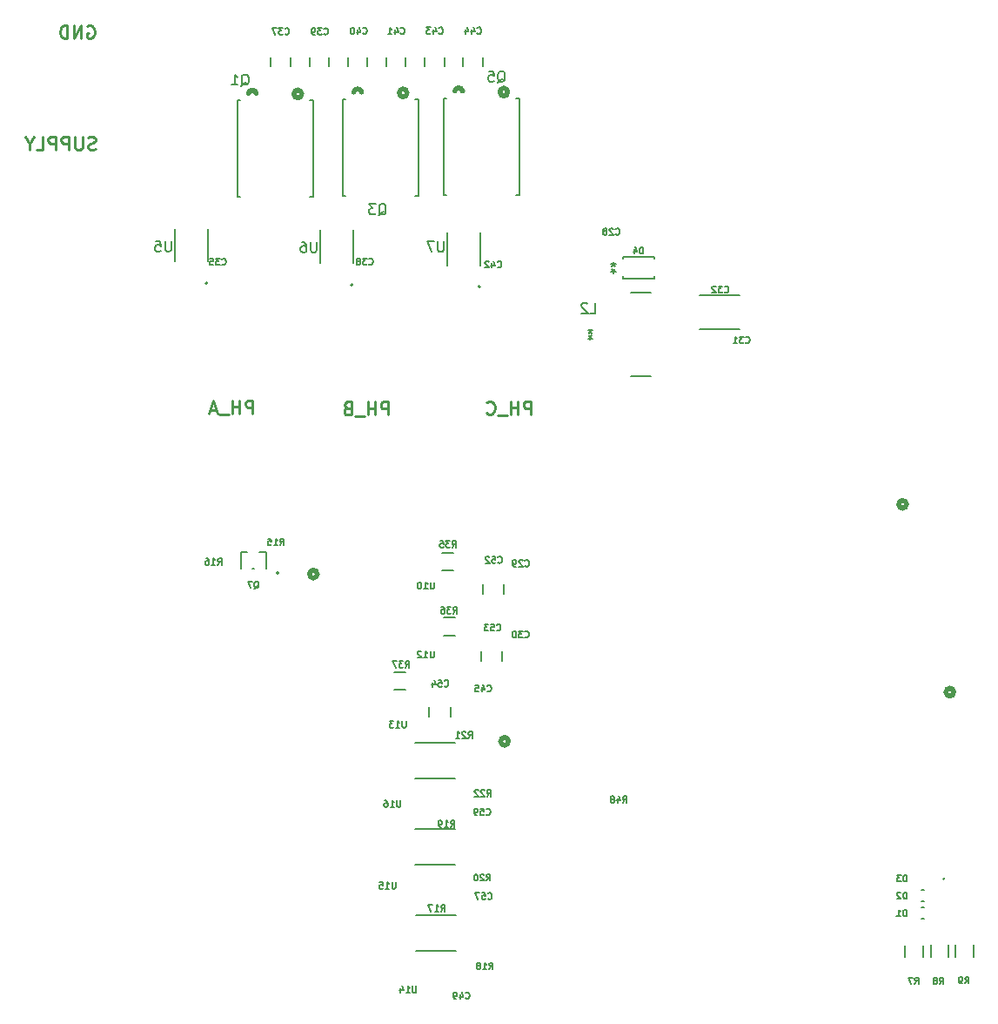
<source format=gbr>
%TF.GenerationSoftware,KiCad,Pcbnew,7.0.8*%
%TF.CreationDate,2023-12-22T14:09:36-07:00*%
%TF.ProjectId,VESC-6-MK5,56455343-2d36-42d4-9d4b-352e6b696361,rev?*%
%TF.SameCoordinates,Original*%
%TF.FileFunction,Legend,Bot*%
%TF.FilePolarity,Positive*%
%FSLAX46Y46*%
G04 Gerber Fmt 4.6, Leading zero omitted, Abs format (unit mm)*
G04 Created by KiCad (PCBNEW 7.0.8) date 2023-12-22 14:09:36*
%MOMM*%
%LPD*%
G01*
G04 APERTURE LIST*
%ADD10C,0.152400*%
%ADD11C,0.150000*%
%ADD12C,0.254000*%
%ADD13C,0.508000*%
%ADD14C,0.127000*%
%ADD15C,0.200000*%
G04 APERTURE END LIST*
D10*
X186926932Y-53640361D02*
X186957170Y-53670600D01*
X186957170Y-53670600D02*
X187047884Y-53700838D01*
X187047884Y-53700838D02*
X187108360Y-53700838D01*
X187108360Y-53700838D02*
X187199075Y-53670600D01*
X187199075Y-53670600D02*
X187259551Y-53610123D01*
X187259551Y-53610123D02*
X187289789Y-53549647D01*
X187289789Y-53549647D02*
X187320027Y-53428695D01*
X187320027Y-53428695D02*
X187320027Y-53337980D01*
X187320027Y-53337980D02*
X187289789Y-53217028D01*
X187289789Y-53217028D02*
X187259551Y-53156552D01*
X187259551Y-53156552D02*
X187199075Y-53096076D01*
X187199075Y-53096076D02*
X187108360Y-53065838D01*
X187108360Y-53065838D02*
X187047884Y-53065838D01*
X187047884Y-53065838D02*
X186957170Y-53096076D01*
X186957170Y-53096076D02*
X186926932Y-53126314D01*
X186382646Y-53277504D02*
X186382646Y-53700838D01*
X186533837Y-53035600D02*
X186685027Y-53489171D01*
X186685027Y-53489171D02*
X186291932Y-53489171D01*
X186110503Y-53065838D02*
X185717408Y-53065838D01*
X185717408Y-53065838D02*
X185929075Y-53307742D01*
X185929075Y-53307742D02*
X185838360Y-53307742D01*
X185838360Y-53307742D02*
X185777884Y-53337980D01*
X185777884Y-53337980D02*
X185747646Y-53368219D01*
X185747646Y-53368219D02*
X185717408Y-53428695D01*
X185717408Y-53428695D02*
X185717408Y-53579885D01*
X185717408Y-53579885D02*
X185747646Y-53640361D01*
X185747646Y-53640361D02*
X185777884Y-53670600D01*
X185777884Y-53670600D02*
X185838360Y-53700838D01*
X185838360Y-53700838D02*
X186019789Y-53700838D01*
X186019789Y-53700838D02*
X186080265Y-53670600D01*
X186080265Y-53670600D02*
X186110503Y-53640361D01*
X206821492Y-75068138D02*
X206821492Y-74433138D01*
X206821492Y-74433138D02*
X206670302Y-74433138D01*
X206670302Y-74433138D02*
X206579587Y-74463376D01*
X206579587Y-74463376D02*
X206519111Y-74523852D01*
X206519111Y-74523852D02*
X206488873Y-74584328D01*
X206488873Y-74584328D02*
X206458635Y-74705280D01*
X206458635Y-74705280D02*
X206458635Y-74795995D01*
X206458635Y-74795995D02*
X206488873Y-74916947D01*
X206488873Y-74916947D02*
X206519111Y-74977423D01*
X206519111Y-74977423D02*
X206579587Y-75037900D01*
X206579587Y-75037900D02*
X206670302Y-75068138D01*
X206670302Y-75068138D02*
X206821492Y-75068138D01*
X205914349Y-74644804D02*
X205914349Y-75068138D01*
X206065540Y-74402900D02*
X206216730Y-74856471D01*
X206216730Y-74856471D02*
X205823635Y-74856471D01*
D11*
X203914401Y-75877119D02*
X203914401Y-76115214D01*
X204152496Y-76019976D02*
X203914401Y-76115214D01*
X203914401Y-76115214D02*
X203676306Y-76019976D01*
X204057258Y-76305690D02*
X203914401Y-76115214D01*
X203914401Y-76115214D02*
X203771544Y-76305690D01*
X203914402Y-76967480D02*
X203914402Y-76729385D01*
X203676307Y-76824623D02*
X203914402Y-76729385D01*
X203914402Y-76729385D02*
X204152497Y-76824623D01*
X203771545Y-76538909D02*
X203914402Y-76729385D01*
X203914402Y-76729385D02*
X204057259Y-76538909D01*
D10*
X192616102Y-76365361D02*
X192646340Y-76395600D01*
X192646340Y-76395600D02*
X192737054Y-76425838D01*
X192737054Y-76425838D02*
X192797530Y-76425838D01*
X192797530Y-76425838D02*
X192888245Y-76395600D01*
X192888245Y-76395600D02*
X192948721Y-76335123D01*
X192948721Y-76335123D02*
X192978959Y-76274647D01*
X192978959Y-76274647D02*
X193009197Y-76153695D01*
X193009197Y-76153695D02*
X193009197Y-76062980D01*
X193009197Y-76062980D02*
X192978959Y-75942028D01*
X192978959Y-75942028D02*
X192948721Y-75881552D01*
X192948721Y-75881552D02*
X192888245Y-75821076D01*
X192888245Y-75821076D02*
X192797530Y-75790838D01*
X192797530Y-75790838D02*
X192737054Y-75790838D01*
X192737054Y-75790838D02*
X192646340Y-75821076D01*
X192646340Y-75821076D02*
X192616102Y-75851314D01*
X192071816Y-76002504D02*
X192071816Y-76425838D01*
X192223007Y-75760600D02*
X192374197Y-76214171D01*
X192374197Y-76214171D02*
X191981102Y-76214171D01*
X191769435Y-75851314D02*
X191739197Y-75821076D01*
X191739197Y-75821076D02*
X191678721Y-75790838D01*
X191678721Y-75790838D02*
X191527530Y-75790838D01*
X191527530Y-75790838D02*
X191467054Y-75821076D01*
X191467054Y-75821076D02*
X191436816Y-75851314D01*
X191436816Y-75851314D02*
X191406578Y-75911790D01*
X191406578Y-75911790D02*
X191406578Y-75972266D01*
X191406578Y-75972266D02*
X191436816Y-76062980D01*
X191436816Y-76062980D02*
X191799673Y-76425838D01*
X191799673Y-76425838D02*
X191406578Y-76425838D01*
D11*
X160876792Y-73854819D02*
X160876792Y-74664342D01*
X160876792Y-74664342D02*
X160829173Y-74759580D01*
X160829173Y-74759580D02*
X160781554Y-74807200D01*
X160781554Y-74807200D02*
X160686316Y-74854819D01*
X160686316Y-74854819D02*
X160495840Y-74854819D01*
X160495840Y-74854819D02*
X160400602Y-74807200D01*
X160400602Y-74807200D02*
X160352983Y-74759580D01*
X160352983Y-74759580D02*
X160305364Y-74664342D01*
X160305364Y-74664342D02*
X160305364Y-73854819D01*
X159352983Y-73854819D02*
X159829173Y-73854819D01*
X159829173Y-73854819D02*
X159876792Y-74331009D01*
X159876792Y-74331009D02*
X159829173Y-74283390D01*
X159829173Y-74283390D02*
X159733935Y-74235771D01*
X159733935Y-74235771D02*
X159495840Y-74235771D01*
X159495840Y-74235771D02*
X159400602Y-74283390D01*
X159400602Y-74283390D02*
X159352983Y-74331009D01*
X159352983Y-74331009D02*
X159305364Y-74426247D01*
X159305364Y-74426247D02*
X159305364Y-74664342D01*
X159305364Y-74664342D02*
X159352983Y-74759580D01*
X159352983Y-74759580D02*
X159400602Y-74807200D01*
X159400602Y-74807200D02*
X159495840Y-74854819D01*
X159495840Y-74854819D02*
X159733935Y-74854819D01*
X159733935Y-74854819D02*
X159829173Y-74807200D01*
X159829173Y-74807200D02*
X159876792Y-74759580D01*
D12*
X195876666Y-90694318D02*
X195876666Y-89424318D01*
X195876666Y-89424318D02*
X195392856Y-89424318D01*
X195392856Y-89424318D02*
X195271904Y-89484794D01*
X195271904Y-89484794D02*
X195211427Y-89545270D01*
X195211427Y-89545270D02*
X195150951Y-89666222D01*
X195150951Y-89666222D02*
X195150951Y-89847651D01*
X195150951Y-89847651D02*
X195211427Y-89968603D01*
X195211427Y-89968603D02*
X195271904Y-90029080D01*
X195271904Y-90029080D02*
X195392856Y-90089556D01*
X195392856Y-90089556D02*
X195876666Y-90089556D01*
X194606666Y-90694318D02*
X194606666Y-89424318D01*
X194606666Y-90029080D02*
X193880951Y-90029080D01*
X193880951Y-90694318D02*
X193880951Y-89424318D01*
X193578571Y-90815270D02*
X192610951Y-90815270D01*
X191582856Y-90573365D02*
X191643332Y-90633842D01*
X191643332Y-90633842D02*
X191824761Y-90694318D01*
X191824761Y-90694318D02*
X191945713Y-90694318D01*
X191945713Y-90694318D02*
X192127142Y-90633842D01*
X192127142Y-90633842D02*
X192248094Y-90512889D01*
X192248094Y-90512889D02*
X192308571Y-90391937D01*
X192308571Y-90391937D02*
X192369047Y-90150032D01*
X192369047Y-90150032D02*
X192369047Y-89968603D01*
X192369047Y-89968603D02*
X192308571Y-89726699D01*
X192308571Y-89726699D02*
X192248094Y-89605746D01*
X192248094Y-89605746D02*
X192127142Y-89484794D01*
X192127142Y-89484794D02*
X191945713Y-89424318D01*
X191945713Y-89424318D02*
X191824761Y-89424318D01*
X191824761Y-89424318D02*
X191643332Y-89484794D01*
X191643332Y-89484794D02*
X191582856Y-89545270D01*
D10*
X191544338Y-129590161D02*
X191574576Y-129620400D01*
X191574576Y-129620400D02*
X191665290Y-129650638D01*
X191665290Y-129650638D02*
X191725766Y-129650638D01*
X191725766Y-129650638D02*
X191816481Y-129620400D01*
X191816481Y-129620400D02*
X191876957Y-129559923D01*
X191876957Y-129559923D02*
X191907195Y-129499447D01*
X191907195Y-129499447D02*
X191937433Y-129378495D01*
X191937433Y-129378495D02*
X191937433Y-129287780D01*
X191937433Y-129287780D02*
X191907195Y-129166828D01*
X191907195Y-129166828D02*
X191876957Y-129106352D01*
X191876957Y-129106352D02*
X191816481Y-129045876D01*
X191816481Y-129045876D02*
X191725766Y-129015638D01*
X191725766Y-129015638D02*
X191665290Y-129015638D01*
X191665290Y-129015638D02*
X191574576Y-129045876D01*
X191574576Y-129045876D02*
X191544338Y-129076114D01*
X190969814Y-129015638D02*
X191272195Y-129015638D01*
X191272195Y-129015638D02*
X191302433Y-129318019D01*
X191302433Y-129318019D02*
X191272195Y-129287780D01*
X191272195Y-129287780D02*
X191211719Y-129257542D01*
X191211719Y-129257542D02*
X191060528Y-129257542D01*
X191060528Y-129257542D02*
X191000052Y-129287780D01*
X191000052Y-129287780D02*
X190969814Y-129318019D01*
X190969814Y-129318019D02*
X190939576Y-129378495D01*
X190939576Y-129378495D02*
X190939576Y-129529685D01*
X190939576Y-129529685D02*
X190969814Y-129590161D01*
X190969814Y-129590161D02*
X191000052Y-129620400D01*
X191000052Y-129620400D02*
X191060528Y-129650638D01*
X191060528Y-129650638D02*
X191211719Y-129650638D01*
X191211719Y-129650638D02*
X191272195Y-129620400D01*
X191272195Y-129620400D02*
X191302433Y-129590161D01*
X190637195Y-129650638D02*
X190516243Y-129650638D01*
X190516243Y-129650638D02*
X190455766Y-129620400D01*
X190455766Y-129620400D02*
X190425528Y-129590161D01*
X190425528Y-129590161D02*
X190365052Y-129499447D01*
X190365052Y-129499447D02*
X190334814Y-129378495D01*
X190334814Y-129378495D02*
X190334814Y-129136590D01*
X190334814Y-129136590D02*
X190365052Y-129076114D01*
X190365052Y-129076114D02*
X190395290Y-129045876D01*
X190395290Y-129045876D02*
X190455766Y-129015638D01*
X190455766Y-129015638D02*
X190576719Y-129015638D01*
X190576719Y-129015638D02*
X190637195Y-129045876D01*
X190637195Y-129045876D02*
X190667433Y-129076114D01*
X190667433Y-129076114D02*
X190697671Y-129136590D01*
X190697671Y-129136590D02*
X190697671Y-129287780D01*
X190697671Y-129287780D02*
X190667433Y-129348257D01*
X190667433Y-129348257D02*
X190637195Y-129378495D01*
X190637195Y-129378495D02*
X190576719Y-129408733D01*
X190576719Y-129408733D02*
X190455766Y-129408733D01*
X190455766Y-129408733D02*
X190395290Y-129378495D01*
X190395290Y-129378495D02*
X190365052Y-129348257D01*
X190365052Y-129348257D02*
X190334814Y-129287780D01*
D12*
X152707618Y-52924794D02*
X152828571Y-52864318D01*
X152828571Y-52864318D02*
X153009999Y-52864318D01*
X153009999Y-52864318D02*
X153191428Y-52924794D01*
X153191428Y-52924794D02*
X153312380Y-53045746D01*
X153312380Y-53045746D02*
X153372857Y-53166699D01*
X153372857Y-53166699D02*
X153433333Y-53408603D01*
X153433333Y-53408603D02*
X153433333Y-53590032D01*
X153433333Y-53590032D02*
X153372857Y-53831937D01*
X153372857Y-53831937D02*
X153312380Y-53952889D01*
X153312380Y-53952889D02*
X153191428Y-54073842D01*
X153191428Y-54073842D02*
X153009999Y-54134318D01*
X153009999Y-54134318D02*
X152889047Y-54134318D01*
X152889047Y-54134318D02*
X152707618Y-54073842D01*
X152707618Y-54073842D02*
X152647142Y-54013365D01*
X152647142Y-54013365D02*
X152647142Y-53590032D01*
X152647142Y-53590032D02*
X152889047Y-53590032D01*
X152102857Y-54134318D02*
X152102857Y-52864318D01*
X152102857Y-52864318D02*
X151377142Y-54134318D01*
X151377142Y-54134318D02*
X151377142Y-52864318D01*
X150772381Y-54134318D02*
X150772381Y-52864318D01*
X150772381Y-52864318D02*
X150470000Y-52864318D01*
X150470000Y-52864318D02*
X150288571Y-52924794D01*
X150288571Y-52924794D02*
X150167619Y-53045746D01*
X150167619Y-53045746D02*
X150107142Y-53166699D01*
X150107142Y-53166699D02*
X150046666Y-53408603D01*
X150046666Y-53408603D02*
X150046666Y-53590032D01*
X150046666Y-53590032D02*
X150107142Y-53831937D01*
X150107142Y-53831937D02*
X150167619Y-53952889D01*
X150167619Y-53952889D02*
X150288571Y-54073842D01*
X150288571Y-54073842D02*
X150470000Y-54134318D01*
X150470000Y-54134318D02*
X150772381Y-54134318D01*
D10*
X188333428Y-110055838D02*
X188545095Y-109753457D01*
X188696285Y-110055838D02*
X188696285Y-109420838D01*
X188696285Y-109420838D02*
X188454380Y-109420838D01*
X188454380Y-109420838D02*
X188393904Y-109451076D01*
X188393904Y-109451076D02*
X188363666Y-109481314D01*
X188363666Y-109481314D02*
X188333428Y-109541790D01*
X188333428Y-109541790D02*
X188333428Y-109632504D01*
X188333428Y-109632504D02*
X188363666Y-109692980D01*
X188363666Y-109692980D02*
X188393904Y-109723219D01*
X188393904Y-109723219D02*
X188454380Y-109753457D01*
X188454380Y-109753457D02*
X188696285Y-109753457D01*
X188121761Y-109420838D02*
X187728666Y-109420838D01*
X187728666Y-109420838D02*
X187940333Y-109662742D01*
X187940333Y-109662742D02*
X187849618Y-109662742D01*
X187849618Y-109662742D02*
X187789142Y-109692980D01*
X187789142Y-109692980D02*
X187758904Y-109723219D01*
X187758904Y-109723219D02*
X187728666Y-109783695D01*
X187728666Y-109783695D02*
X187728666Y-109934885D01*
X187728666Y-109934885D02*
X187758904Y-109995361D01*
X187758904Y-109995361D02*
X187789142Y-110025600D01*
X187789142Y-110025600D02*
X187849618Y-110055838D01*
X187849618Y-110055838D02*
X188031047Y-110055838D01*
X188031047Y-110055838D02*
X188091523Y-110025600D01*
X188091523Y-110025600D02*
X188121761Y-109995361D01*
X187184380Y-109420838D02*
X187305333Y-109420838D01*
X187305333Y-109420838D02*
X187365809Y-109451076D01*
X187365809Y-109451076D02*
X187396047Y-109481314D01*
X187396047Y-109481314D02*
X187456523Y-109572028D01*
X187456523Y-109572028D02*
X187486761Y-109692980D01*
X187486761Y-109692980D02*
X187486761Y-109934885D01*
X187486761Y-109934885D02*
X187456523Y-109995361D01*
X187456523Y-109995361D02*
X187426285Y-110025600D01*
X187426285Y-110025600D02*
X187365809Y-110055838D01*
X187365809Y-110055838D02*
X187244856Y-110055838D01*
X187244856Y-110055838D02*
X187184380Y-110025600D01*
X187184380Y-110025600D02*
X187154142Y-109995361D01*
X187154142Y-109995361D02*
X187123904Y-109934885D01*
X187123904Y-109934885D02*
X187123904Y-109783695D01*
X187123904Y-109783695D02*
X187154142Y-109723219D01*
X187154142Y-109723219D02*
X187184380Y-109692980D01*
X187184380Y-109692980D02*
X187244856Y-109662742D01*
X187244856Y-109662742D02*
X187365809Y-109662742D01*
X187365809Y-109662742D02*
X187426285Y-109692980D01*
X187426285Y-109692980D02*
X187456523Y-109723219D01*
X187456523Y-109723219D02*
X187486761Y-109783695D01*
D12*
X153496428Y-64903842D02*
X153314999Y-64964318D01*
X153314999Y-64964318D02*
X153012618Y-64964318D01*
X153012618Y-64964318D02*
X152891666Y-64903842D01*
X152891666Y-64903842D02*
X152831190Y-64843365D01*
X152831190Y-64843365D02*
X152770713Y-64722413D01*
X152770713Y-64722413D02*
X152770713Y-64601461D01*
X152770713Y-64601461D02*
X152831190Y-64480508D01*
X152831190Y-64480508D02*
X152891666Y-64420032D01*
X152891666Y-64420032D02*
X153012618Y-64359556D01*
X153012618Y-64359556D02*
X153254523Y-64299080D01*
X153254523Y-64299080D02*
X153375475Y-64238603D01*
X153375475Y-64238603D02*
X153435952Y-64178127D01*
X153435952Y-64178127D02*
X153496428Y-64057175D01*
X153496428Y-64057175D02*
X153496428Y-63936222D01*
X153496428Y-63936222D02*
X153435952Y-63815270D01*
X153435952Y-63815270D02*
X153375475Y-63754794D01*
X153375475Y-63754794D02*
X153254523Y-63694318D01*
X153254523Y-63694318D02*
X152952142Y-63694318D01*
X152952142Y-63694318D02*
X152770713Y-63754794D01*
X152226428Y-63694318D02*
X152226428Y-64722413D01*
X152226428Y-64722413D02*
X152165951Y-64843365D01*
X152165951Y-64843365D02*
X152105475Y-64903842D01*
X152105475Y-64903842D02*
X151984523Y-64964318D01*
X151984523Y-64964318D02*
X151742618Y-64964318D01*
X151742618Y-64964318D02*
X151621666Y-64903842D01*
X151621666Y-64903842D02*
X151561189Y-64843365D01*
X151561189Y-64843365D02*
X151500713Y-64722413D01*
X151500713Y-64722413D02*
X151500713Y-63694318D01*
X150895952Y-64964318D02*
X150895952Y-63694318D01*
X150895952Y-63694318D02*
X150412142Y-63694318D01*
X150412142Y-63694318D02*
X150291190Y-63754794D01*
X150291190Y-63754794D02*
X150230713Y-63815270D01*
X150230713Y-63815270D02*
X150170237Y-63936222D01*
X150170237Y-63936222D02*
X150170237Y-64117651D01*
X150170237Y-64117651D02*
X150230713Y-64238603D01*
X150230713Y-64238603D02*
X150291190Y-64299080D01*
X150291190Y-64299080D02*
X150412142Y-64359556D01*
X150412142Y-64359556D02*
X150895952Y-64359556D01*
X149625952Y-64964318D02*
X149625952Y-63694318D01*
X149625952Y-63694318D02*
X149142142Y-63694318D01*
X149142142Y-63694318D02*
X149021190Y-63754794D01*
X149021190Y-63754794D02*
X148960713Y-63815270D01*
X148960713Y-63815270D02*
X148900237Y-63936222D01*
X148900237Y-63936222D02*
X148900237Y-64117651D01*
X148900237Y-64117651D02*
X148960713Y-64238603D01*
X148960713Y-64238603D02*
X149021190Y-64299080D01*
X149021190Y-64299080D02*
X149142142Y-64359556D01*
X149142142Y-64359556D02*
X149625952Y-64359556D01*
X147751190Y-64964318D02*
X148355952Y-64964318D01*
X148355952Y-64964318D02*
X148355952Y-63694318D01*
X147085952Y-64359556D02*
X147085952Y-64964318D01*
X147509285Y-63694318D02*
X147085952Y-64359556D01*
X147085952Y-64359556D02*
X146662618Y-63694318D01*
D10*
X191636428Y-117595361D02*
X191666666Y-117625600D01*
X191666666Y-117625600D02*
X191757380Y-117655838D01*
X191757380Y-117655838D02*
X191817856Y-117655838D01*
X191817856Y-117655838D02*
X191908571Y-117625600D01*
X191908571Y-117625600D02*
X191969047Y-117565123D01*
X191969047Y-117565123D02*
X191999285Y-117504647D01*
X191999285Y-117504647D02*
X192029523Y-117383695D01*
X192029523Y-117383695D02*
X192029523Y-117292980D01*
X192029523Y-117292980D02*
X191999285Y-117172028D01*
X191999285Y-117172028D02*
X191969047Y-117111552D01*
X191969047Y-117111552D02*
X191908571Y-117051076D01*
X191908571Y-117051076D02*
X191817856Y-117020838D01*
X191817856Y-117020838D02*
X191757380Y-117020838D01*
X191757380Y-117020838D02*
X191666666Y-117051076D01*
X191666666Y-117051076D02*
X191636428Y-117081314D01*
X191092142Y-117232504D02*
X191092142Y-117655838D01*
X191243333Y-116990600D02*
X191394523Y-117444171D01*
X191394523Y-117444171D02*
X191001428Y-117444171D01*
X190457142Y-117020838D02*
X190759523Y-117020838D01*
X190759523Y-117020838D02*
X190789761Y-117323219D01*
X190789761Y-117323219D02*
X190759523Y-117292980D01*
X190759523Y-117292980D02*
X190699047Y-117262742D01*
X190699047Y-117262742D02*
X190547856Y-117262742D01*
X190547856Y-117262742D02*
X190487380Y-117292980D01*
X190487380Y-117292980D02*
X190457142Y-117323219D01*
X190457142Y-117323219D02*
X190426904Y-117383695D01*
X190426904Y-117383695D02*
X190426904Y-117534885D01*
X190426904Y-117534885D02*
X190457142Y-117595361D01*
X190457142Y-117595361D02*
X190487380Y-117625600D01*
X190487380Y-117625600D02*
X190547856Y-117655838D01*
X190547856Y-117655838D02*
X190699047Y-117655838D01*
X190699047Y-117655838D02*
X190759523Y-117625600D01*
X190759523Y-117625600D02*
X190789761Y-117595361D01*
X232471590Y-136112438D02*
X232471590Y-135477438D01*
X232471590Y-135477438D02*
X232320400Y-135477438D01*
X232320400Y-135477438D02*
X232229685Y-135507676D01*
X232229685Y-135507676D02*
X232169209Y-135568152D01*
X232169209Y-135568152D02*
X232138971Y-135628628D01*
X232138971Y-135628628D02*
X232108733Y-135749580D01*
X232108733Y-135749580D02*
X232108733Y-135840295D01*
X232108733Y-135840295D02*
X232138971Y-135961247D01*
X232138971Y-135961247D02*
X232169209Y-136021723D01*
X232169209Y-136021723D02*
X232229685Y-136082200D01*
X232229685Y-136082200D02*
X232320400Y-136112438D01*
X232320400Y-136112438D02*
X232471590Y-136112438D01*
X231897066Y-135477438D02*
X231503971Y-135477438D01*
X231503971Y-135477438D02*
X231715638Y-135719342D01*
X231715638Y-135719342D02*
X231624923Y-135719342D01*
X231624923Y-135719342D02*
X231564447Y-135749580D01*
X231564447Y-135749580D02*
X231534209Y-135779819D01*
X231534209Y-135779819D02*
X231503971Y-135840295D01*
X231503971Y-135840295D02*
X231503971Y-135991485D01*
X231503971Y-135991485D02*
X231534209Y-136051961D01*
X231534209Y-136051961D02*
X231564447Y-136082200D01*
X231564447Y-136082200D02*
X231624923Y-136112438D01*
X231624923Y-136112438D02*
X231806352Y-136112438D01*
X231806352Y-136112438D02*
X231866828Y-136082200D01*
X231866828Y-136082200D02*
X231897066Y-136051961D01*
X192679230Y-105079564D02*
X192709468Y-105109803D01*
X192709468Y-105109803D02*
X192800182Y-105140041D01*
X192800182Y-105140041D02*
X192860658Y-105140041D01*
X192860658Y-105140041D02*
X192951373Y-105109803D01*
X192951373Y-105109803D02*
X193011849Y-105049326D01*
X193011849Y-105049326D02*
X193042087Y-104988850D01*
X193042087Y-104988850D02*
X193072325Y-104867898D01*
X193072325Y-104867898D02*
X193072325Y-104777183D01*
X193072325Y-104777183D02*
X193042087Y-104656231D01*
X193042087Y-104656231D02*
X193011849Y-104595755D01*
X193011849Y-104595755D02*
X192951373Y-104535279D01*
X192951373Y-104535279D02*
X192860658Y-104505041D01*
X192860658Y-104505041D02*
X192800182Y-104505041D01*
X192800182Y-104505041D02*
X192709468Y-104535279D01*
X192709468Y-104535279D02*
X192679230Y-104565517D01*
X192104706Y-104505041D02*
X192407087Y-104505041D01*
X192407087Y-104505041D02*
X192437325Y-104807422D01*
X192437325Y-104807422D02*
X192407087Y-104777183D01*
X192407087Y-104777183D02*
X192346611Y-104746945D01*
X192346611Y-104746945D02*
X192195420Y-104746945D01*
X192195420Y-104746945D02*
X192134944Y-104777183D01*
X192134944Y-104777183D02*
X192104706Y-104807422D01*
X192104706Y-104807422D02*
X192074468Y-104867898D01*
X192074468Y-104867898D02*
X192074468Y-105019088D01*
X192074468Y-105019088D02*
X192104706Y-105079564D01*
X192104706Y-105079564D02*
X192134944Y-105109803D01*
X192134944Y-105109803D02*
X192195420Y-105140041D01*
X192195420Y-105140041D02*
X192346611Y-105140041D01*
X192346611Y-105140041D02*
X192407087Y-105109803D01*
X192407087Y-105109803D02*
X192437325Y-105079564D01*
X191832563Y-104565517D02*
X191802325Y-104535279D01*
X191802325Y-104535279D02*
X191741849Y-104505041D01*
X191741849Y-104505041D02*
X191590658Y-104505041D01*
X191590658Y-104505041D02*
X191530182Y-104535279D01*
X191530182Y-104535279D02*
X191499944Y-104565517D01*
X191499944Y-104565517D02*
X191469706Y-104625993D01*
X191469706Y-104625993D02*
X191469706Y-104686469D01*
X191469706Y-104686469D02*
X191499944Y-104777183D01*
X191499944Y-104777183D02*
X191862801Y-105140041D01*
X191862801Y-105140041D02*
X191469706Y-105140041D01*
X235655833Y-146081838D02*
X235867500Y-145779457D01*
X236018690Y-146081838D02*
X236018690Y-145446838D01*
X236018690Y-145446838D02*
X235776785Y-145446838D01*
X235776785Y-145446838D02*
X235716309Y-145477076D01*
X235716309Y-145477076D02*
X235686071Y-145507314D01*
X235686071Y-145507314D02*
X235655833Y-145567790D01*
X235655833Y-145567790D02*
X235655833Y-145658504D01*
X235655833Y-145658504D02*
X235686071Y-145718980D01*
X235686071Y-145718980D02*
X235716309Y-145749219D01*
X235716309Y-145749219D02*
X235776785Y-145779457D01*
X235776785Y-145779457D02*
X236018690Y-145779457D01*
X235292976Y-145718980D02*
X235353452Y-145688742D01*
X235353452Y-145688742D02*
X235383690Y-145658504D01*
X235383690Y-145658504D02*
X235413928Y-145598028D01*
X235413928Y-145598028D02*
X235413928Y-145567790D01*
X235413928Y-145567790D02*
X235383690Y-145507314D01*
X235383690Y-145507314D02*
X235353452Y-145477076D01*
X235353452Y-145477076D02*
X235292976Y-145446838D01*
X235292976Y-145446838D02*
X235172023Y-145446838D01*
X235172023Y-145446838D02*
X235111547Y-145477076D01*
X235111547Y-145477076D02*
X235081309Y-145507314D01*
X235081309Y-145507314D02*
X235051071Y-145567790D01*
X235051071Y-145567790D02*
X235051071Y-145598028D01*
X235051071Y-145598028D02*
X235081309Y-145658504D01*
X235081309Y-145658504D02*
X235111547Y-145688742D01*
X235111547Y-145688742D02*
X235172023Y-145718980D01*
X235172023Y-145718980D02*
X235292976Y-145718980D01*
X235292976Y-145718980D02*
X235353452Y-145749219D01*
X235353452Y-145749219D02*
X235383690Y-145779457D01*
X235383690Y-145779457D02*
X235413928Y-145839933D01*
X235413928Y-145839933D02*
X235413928Y-145960885D01*
X235413928Y-145960885D02*
X235383690Y-146021361D01*
X235383690Y-146021361D02*
X235353452Y-146051600D01*
X235353452Y-146051600D02*
X235292976Y-146081838D01*
X235292976Y-146081838D02*
X235172023Y-146081838D01*
X235172023Y-146081838D02*
X235111547Y-146051600D01*
X235111547Y-146051600D02*
X235081309Y-146021361D01*
X235081309Y-146021361D02*
X235051071Y-145960885D01*
X235051071Y-145960885D02*
X235051071Y-145839933D01*
X235051071Y-145839933D02*
X235081309Y-145779457D01*
X235081309Y-145779457D02*
X235111547Y-145749219D01*
X235111547Y-145749219D02*
X235172023Y-145718980D01*
X165826102Y-76105361D02*
X165856340Y-76135600D01*
X165856340Y-76135600D02*
X165947054Y-76165838D01*
X165947054Y-76165838D02*
X166007530Y-76165838D01*
X166007530Y-76165838D02*
X166098245Y-76135600D01*
X166098245Y-76135600D02*
X166158721Y-76075123D01*
X166158721Y-76075123D02*
X166188959Y-76014647D01*
X166188959Y-76014647D02*
X166219197Y-75893695D01*
X166219197Y-75893695D02*
X166219197Y-75802980D01*
X166219197Y-75802980D02*
X166188959Y-75682028D01*
X166188959Y-75682028D02*
X166158721Y-75621552D01*
X166158721Y-75621552D02*
X166098245Y-75561076D01*
X166098245Y-75561076D02*
X166007530Y-75530838D01*
X166007530Y-75530838D02*
X165947054Y-75530838D01*
X165947054Y-75530838D02*
X165856340Y-75561076D01*
X165856340Y-75561076D02*
X165826102Y-75591314D01*
X165614435Y-75530838D02*
X165221340Y-75530838D01*
X165221340Y-75530838D02*
X165433007Y-75772742D01*
X165433007Y-75772742D02*
X165342292Y-75772742D01*
X165342292Y-75772742D02*
X165281816Y-75802980D01*
X165281816Y-75802980D02*
X165251578Y-75833219D01*
X165251578Y-75833219D02*
X165221340Y-75893695D01*
X165221340Y-75893695D02*
X165221340Y-76044885D01*
X165221340Y-76044885D02*
X165251578Y-76105361D01*
X165251578Y-76105361D02*
X165281816Y-76135600D01*
X165281816Y-76135600D02*
X165342292Y-76165838D01*
X165342292Y-76165838D02*
X165523721Y-76165838D01*
X165523721Y-76165838D02*
X165584197Y-76135600D01*
X165584197Y-76135600D02*
X165614435Y-76105361D01*
X164646816Y-75530838D02*
X164949197Y-75530838D01*
X164949197Y-75530838D02*
X164979435Y-75833219D01*
X164979435Y-75833219D02*
X164949197Y-75802980D01*
X164949197Y-75802980D02*
X164888721Y-75772742D01*
X164888721Y-75772742D02*
X164737530Y-75772742D01*
X164737530Y-75772742D02*
X164677054Y-75802980D01*
X164677054Y-75802980D02*
X164646816Y-75833219D01*
X164646816Y-75833219D02*
X164616578Y-75893695D01*
X164616578Y-75893695D02*
X164616578Y-76044885D01*
X164616578Y-76044885D02*
X164646816Y-76105361D01*
X164646816Y-76105361D02*
X164677054Y-76135600D01*
X164677054Y-76135600D02*
X164737530Y-76165838D01*
X164737530Y-76165838D02*
X164888721Y-76165838D01*
X164888721Y-76165838D02*
X164949197Y-76135600D01*
X164949197Y-76135600D02*
X164979435Y-76105361D01*
X195296428Y-112339361D02*
X195326666Y-112369600D01*
X195326666Y-112369600D02*
X195417380Y-112399838D01*
X195417380Y-112399838D02*
X195477856Y-112399838D01*
X195477856Y-112399838D02*
X195568571Y-112369600D01*
X195568571Y-112369600D02*
X195629047Y-112309123D01*
X195629047Y-112309123D02*
X195659285Y-112248647D01*
X195659285Y-112248647D02*
X195689523Y-112127695D01*
X195689523Y-112127695D02*
X195689523Y-112036980D01*
X195689523Y-112036980D02*
X195659285Y-111916028D01*
X195659285Y-111916028D02*
X195629047Y-111855552D01*
X195629047Y-111855552D02*
X195568571Y-111795076D01*
X195568571Y-111795076D02*
X195477856Y-111764838D01*
X195477856Y-111764838D02*
X195417380Y-111764838D01*
X195417380Y-111764838D02*
X195326666Y-111795076D01*
X195326666Y-111795076D02*
X195296428Y-111825314D01*
X195084761Y-111764838D02*
X194691666Y-111764838D01*
X194691666Y-111764838D02*
X194903333Y-112006742D01*
X194903333Y-112006742D02*
X194812618Y-112006742D01*
X194812618Y-112006742D02*
X194752142Y-112036980D01*
X194752142Y-112036980D02*
X194721904Y-112067219D01*
X194721904Y-112067219D02*
X194691666Y-112127695D01*
X194691666Y-112127695D02*
X194691666Y-112278885D01*
X194691666Y-112278885D02*
X194721904Y-112339361D01*
X194721904Y-112339361D02*
X194752142Y-112369600D01*
X194752142Y-112369600D02*
X194812618Y-112399838D01*
X194812618Y-112399838D02*
X194994047Y-112399838D01*
X194994047Y-112399838D02*
X195054523Y-112369600D01*
X195054523Y-112369600D02*
X195084761Y-112339361D01*
X194298571Y-111764838D02*
X194238094Y-111764838D01*
X194238094Y-111764838D02*
X194177618Y-111795076D01*
X194177618Y-111795076D02*
X194147380Y-111825314D01*
X194147380Y-111825314D02*
X194117142Y-111885790D01*
X194117142Y-111885790D02*
X194086904Y-112006742D01*
X194086904Y-112006742D02*
X194086904Y-112157933D01*
X194086904Y-112157933D02*
X194117142Y-112278885D01*
X194117142Y-112278885D02*
X194147380Y-112339361D01*
X194147380Y-112339361D02*
X194177618Y-112369600D01*
X194177618Y-112369600D02*
X194238094Y-112399838D01*
X194238094Y-112399838D02*
X194298571Y-112399838D01*
X194298571Y-112399838D02*
X194359047Y-112369600D01*
X194359047Y-112369600D02*
X194389285Y-112339361D01*
X194389285Y-112339361D02*
X194419523Y-112278885D01*
X194419523Y-112278885D02*
X194449761Y-112157933D01*
X194449761Y-112157933D02*
X194449761Y-112006742D01*
X194449761Y-112006742D02*
X194419523Y-111885790D01*
X194419523Y-111885790D02*
X194389285Y-111825314D01*
X194389285Y-111825314D02*
X194359047Y-111795076D01*
X194359047Y-111795076D02*
X194298571Y-111764838D01*
X191562238Y-136030838D02*
X191773905Y-135728457D01*
X191925095Y-136030838D02*
X191925095Y-135395838D01*
X191925095Y-135395838D02*
X191683190Y-135395838D01*
X191683190Y-135395838D02*
X191622714Y-135426076D01*
X191622714Y-135426076D02*
X191592476Y-135456314D01*
X191592476Y-135456314D02*
X191562238Y-135516790D01*
X191562238Y-135516790D02*
X191562238Y-135607504D01*
X191562238Y-135607504D02*
X191592476Y-135667980D01*
X191592476Y-135667980D02*
X191622714Y-135698219D01*
X191622714Y-135698219D02*
X191683190Y-135728457D01*
X191683190Y-135728457D02*
X191925095Y-135728457D01*
X191320333Y-135456314D02*
X191290095Y-135426076D01*
X191290095Y-135426076D02*
X191229619Y-135395838D01*
X191229619Y-135395838D02*
X191078428Y-135395838D01*
X191078428Y-135395838D02*
X191017952Y-135426076D01*
X191017952Y-135426076D02*
X190987714Y-135456314D01*
X190987714Y-135456314D02*
X190957476Y-135516790D01*
X190957476Y-135516790D02*
X190957476Y-135577266D01*
X190957476Y-135577266D02*
X190987714Y-135667980D01*
X190987714Y-135667980D02*
X191350571Y-136030838D01*
X191350571Y-136030838D02*
X190957476Y-136030838D01*
X190564381Y-135395838D02*
X190503904Y-135395838D01*
X190503904Y-135395838D02*
X190443428Y-135426076D01*
X190443428Y-135426076D02*
X190413190Y-135456314D01*
X190413190Y-135456314D02*
X190382952Y-135516790D01*
X190382952Y-135516790D02*
X190352714Y-135637742D01*
X190352714Y-135637742D02*
X190352714Y-135788933D01*
X190352714Y-135788933D02*
X190382952Y-135909885D01*
X190382952Y-135909885D02*
X190413190Y-135970361D01*
X190413190Y-135970361D02*
X190443428Y-136000600D01*
X190443428Y-136000600D02*
X190503904Y-136030838D01*
X190503904Y-136030838D02*
X190564381Y-136030838D01*
X190564381Y-136030838D02*
X190624857Y-136000600D01*
X190624857Y-136000600D02*
X190655095Y-135970361D01*
X190655095Y-135970361D02*
X190685333Y-135909885D01*
X190685333Y-135909885D02*
X190715571Y-135788933D01*
X190715571Y-135788933D02*
X190715571Y-135637742D01*
X190715571Y-135637742D02*
X190685333Y-135516790D01*
X190685333Y-135516790D02*
X190655095Y-135456314D01*
X190655095Y-135456314D02*
X190624857Y-135426076D01*
X190624857Y-135426076D02*
X190564381Y-135395838D01*
X188085238Y-130807838D02*
X188296905Y-130505457D01*
X188448095Y-130807838D02*
X188448095Y-130172838D01*
X188448095Y-130172838D02*
X188206190Y-130172838D01*
X188206190Y-130172838D02*
X188145714Y-130203076D01*
X188145714Y-130203076D02*
X188115476Y-130233314D01*
X188115476Y-130233314D02*
X188085238Y-130293790D01*
X188085238Y-130293790D02*
X188085238Y-130384504D01*
X188085238Y-130384504D02*
X188115476Y-130444980D01*
X188115476Y-130444980D02*
X188145714Y-130475219D01*
X188145714Y-130475219D02*
X188206190Y-130505457D01*
X188206190Y-130505457D02*
X188448095Y-130505457D01*
X187480476Y-130807838D02*
X187843333Y-130807838D01*
X187661905Y-130807838D02*
X187661905Y-130172838D01*
X187661905Y-130172838D02*
X187722381Y-130263552D01*
X187722381Y-130263552D02*
X187782857Y-130324028D01*
X187782857Y-130324028D02*
X187843333Y-130354266D01*
X187178095Y-130807838D02*
X187057143Y-130807838D01*
X187057143Y-130807838D02*
X186996666Y-130777600D01*
X186996666Y-130777600D02*
X186966428Y-130747361D01*
X186966428Y-130747361D02*
X186905952Y-130656647D01*
X186905952Y-130656647D02*
X186875714Y-130535695D01*
X186875714Y-130535695D02*
X186875714Y-130293790D01*
X186875714Y-130293790D02*
X186905952Y-130233314D01*
X186905952Y-130233314D02*
X186936190Y-130203076D01*
X186936190Y-130203076D02*
X186996666Y-130172838D01*
X186996666Y-130172838D02*
X187117619Y-130172838D01*
X187117619Y-130172838D02*
X187178095Y-130203076D01*
X187178095Y-130203076D02*
X187208333Y-130233314D01*
X187208333Y-130233314D02*
X187238571Y-130293790D01*
X187238571Y-130293790D02*
X187238571Y-130444980D01*
X187238571Y-130444980D02*
X187208333Y-130505457D01*
X187208333Y-130505457D02*
X187178095Y-130535695D01*
X187178095Y-130535695D02*
X187117619Y-130565933D01*
X187117619Y-130565933D02*
X186996666Y-130565933D01*
X186996666Y-130565933D02*
X186936190Y-130535695D01*
X186936190Y-130535695D02*
X186905952Y-130505457D01*
X186905952Y-130505457D02*
X186875714Y-130444980D01*
X189534338Y-147461361D02*
X189564576Y-147491600D01*
X189564576Y-147491600D02*
X189655290Y-147521838D01*
X189655290Y-147521838D02*
X189715766Y-147521838D01*
X189715766Y-147521838D02*
X189806481Y-147491600D01*
X189806481Y-147491600D02*
X189866957Y-147431123D01*
X189866957Y-147431123D02*
X189897195Y-147370647D01*
X189897195Y-147370647D02*
X189927433Y-147249695D01*
X189927433Y-147249695D02*
X189927433Y-147158980D01*
X189927433Y-147158980D02*
X189897195Y-147038028D01*
X189897195Y-147038028D02*
X189866957Y-146977552D01*
X189866957Y-146977552D02*
X189806481Y-146917076D01*
X189806481Y-146917076D02*
X189715766Y-146886838D01*
X189715766Y-146886838D02*
X189655290Y-146886838D01*
X189655290Y-146886838D02*
X189564576Y-146917076D01*
X189564576Y-146917076D02*
X189534338Y-146947314D01*
X188990052Y-147098504D02*
X188990052Y-147521838D01*
X189141243Y-146856600D02*
X189292433Y-147310171D01*
X189292433Y-147310171D02*
X188899338Y-147310171D01*
X188627195Y-147521838D02*
X188506243Y-147521838D01*
X188506243Y-147521838D02*
X188445766Y-147491600D01*
X188445766Y-147491600D02*
X188415528Y-147461361D01*
X188415528Y-147461361D02*
X188355052Y-147370647D01*
X188355052Y-147370647D02*
X188324814Y-147249695D01*
X188324814Y-147249695D02*
X188324814Y-147007790D01*
X188324814Y-147007790D02*
X188355052Y-146947314D01*
X188355052Y-146947314D02*
X188385290Y-146917076D01*
X188385290Y-146917076D02*
X188445766Y-146886838D01*
X188445766Y-146886838D02*
X188566719Y-146886838D01*
X188566719Y-146886838D02*
X188627195Y-146917076D01*
X188627195Y-146917076D02*
X188657433Y-146947314D01*
X188657433Y-146947314D02*
X188687671Y-147007790D01*
X188687671Y-147007790D02*
X188687671Y-147158980D01*
X188687671Y-147158980D02*
X188657433Y-147219457D01*
X188657433Y-147219457D02*
X188627195Y-147249695D01*
X188627195Y-147249695D02*
X188566719Y-147279933D01*
X188566719Y-147279933D02*
X188445766Y-147279933D01*
X188445766Y-147279933D02*
X188385290Y-147249695D01*
X188385290Y-147249695D02*
X188355052Y-147219457D01*
X188355052Y-147219457D02*
X188324814Y-147158980D01*
X233241833Y-146075838D02*
X233453500Y-145773457D01*
X233604690Y-146075838D02*
X233604690Y-145440838D01*
X233604690Y-145440838D02*
X233362785Y-145440838D01*
X233362785Y-145440838D02*
X233302309Y-145471076D01*
X233302309Y-145471076D02*
X233272071Y-145501314D01*
X233272071Y-145501314D02*
X233241833Y-145561790D01*
X233241833Y-145561790D02*
X233241833Y-145652504D01*
X233241833Y-145652504D02*
X233272071Y-145712980D01*
X233272071Y-145712980D02*
X233302309Y-145743219D01*
X233302309Y-145743219D02*
X233362785Y-145773457D01*
X233362785Y-145773457D02*
X233604690Y-145773457D01*
X233030166Y-145440838D02*
X232606833Y-145440838D01*
X232606833Y-145440838D02*
X232878976Y-146075838D01*
X187135238Y-139029838D02*
X187346905Y-138727457D01*
X187498095Y-139029838D02*
X187498095Y-138394838D01*
X187498095Y-138394838D02*
X187256190Y-138394838D01*
X187256190Y-138394838D02*
X187195714Y-138425076D01*
X187195714Y-138425076D02*
X187165476Y-138455314D01*
X187165476Y-138455314D02*
X187135238Y-138515790D01*
X187135238Y-138515790D02*
X187135238Y-138606504D01*
X187135238Y-138606504D02*
X187165476Y-138666980D01*
X187165476Y-138666980D02*
X187195714Y-138697219D01*
X187195714Y-138697219D02*
X187256190Y-138727457D01*
X187256190Y-138727457D02*
X187498095Y-138727457D01*
X186530476Y-139029838D02*
X186893333Y-139029838D01*
X186711905Y-139029838D02*
X186711905Y-138394838D01*
X186711905Y-138394838D02*
X186772381Y-138485552D01*
X186772381Y-138485552D02*
X186832857Y-138546028D01*
X186832857Y-138546028D02*
X186893333Y-138576266D01*
X186318809Y-138394838D02*
X185895476Y-138394838D01*
X185895476Y-138394838D02*
X186167619Y-139029838D01*
X183726904Y-120512833D02*
X183726904Y-121026880D01*
X183726904Y-121026880D02*
X183696666Y-121087356D01*
X183696666Y-121087356D02*
X183666428Y-121117595D01*
X183666428Y-121117595D02*
X183605952Y-121147833D01*
X183605952Y-121147833D02*
X183484999Y-121147833D01*
X183484999Y-121147833D02*
X183424523Y-121117595D01*
X183424523Y-121117595D02*
X183394285Y-121087356D01*
X183394285Y-121087356D02*
X183364047Y-121026880D01*
X183364047Y-121026880D02*
X183364047Y-120512833D01*
X182729047Y-121147833D02*
X183091904Y-121147833D01*
X182910476Y-121147833D02*
X182910476Y-120512833D01*
X182910476Y-120512833D02*
X182970952Y-120603547D01*
X182970952Y-120603547D02*
X183031428Y-120664023D01*
X183031428Y-120664023D02*
X183091904Y-120694261D01*
X182517380Y-120512833D02*
X182124285Y-120512833D01*
X182124285Y-120512833D02*
X182335952Y-120754737D01*
X182335952Y-120754737D02*
X182245237Y-120754737D01*
X182245237Y-120754737D02*
X182184761Y-120784975D01*
X182184761Y-120784975D02*
X182154523Y-120815214D01*
X182154523Y-120815214D02*
X182124285Y-120875690D01*
X182124285Y-120875690D02*
X182124285Y-121026880D01*
X182124285Y-121026880D02*
X182154523Y-121087356D01*
X182154523Y-121087356D02*
X182184761Y-121117595D01*
X182184761Y-121117595D02*
X182245237Y-121147833D01*
X182245237Y-121147833D02*
X182426666Y-121147833D01*
X182426666Y-121147833D02*
X182487142Y-121117595D01*
X182487142Y-121117595D02*
X182517380Y-121087356D01*
X238135833Y-146021838D02*
X238347500Y-145719457D01*
X238498690Y-146021838D02*
X238498690Y-145386838D01*
X238498690Y-145386838D02*
X238256785Y-145386838D01*
X238256785Y-145386838D02*
X238196309Y-145417076D01*
X238196309Y-145417076D02*
X238166071Y-145447314D01*
X238166071Y-145447314D02*
X238135833Y-145507790D01*
X238135833Y-145507790D02*
X238135833Y-145598504D01*
X238135833Y-145598504D02*
X238166071Y-145658980D01*
X238166071Y-145658980D02*
X238196309Y-145689219D01*
X238196309Y-145689219D02*
X238256785Y-145719457D01*
X238256785Y-145719457D02*
X238498690Y-145719457D01*
X237833452Y-146021838D02*
X237712500Y-146021838D01*
X237712500Y-146021838D02*
X237652023Y-145991600D01*
X237652023Y-145991600D02*
X237621785Y-145961361D01*
X237621785Y-145961361D02*
X237561309Y-145870647D01*
X237561309Y-145870647D02*
X237531071Y-145749695D01*
X237531071Y-145749695D02*
X237531071Y-145507790D01*
X237531071Y-145507790D02*
X237561309Y-145447314D01*
X237561309Y-145447314D02*
X237591547Y-145417076D01*
X237591547Y-145417076D02*
X237652023Y-145386838D01*
X237652023Y-145386838D02*
X237772976Y-145386838D01*
X237772976Y-145386838D02*
X237833452Y-145417076D01*
X237833452Y-145417076D02*
X237863690Y-145447314D01*
X237863690Y-145447314D02*
X237893928Y-145507790D01*
X237893928Y-145507790D02*
X237893928Y-145658980D01*
X237893928Y-145658980D02*
X237863690Y-145719457D01*
X237863690Y-145719457D02*
X237833452Y-145749695D01*
X237833452Y-145749695D02*
X237772976Y-145779933D01*
X237772976Y-145779933D02*
X237652023Y-145779933D01*
X237652023Y-145779933D02*
X237591547Y-145749695D01*
X237591547Y-145749695D02*
X237561309Y-145719457D01*
X237561309Y-145719457D02*
X237531071Y-145658980D01*
D11*
X192632838Y-58429057D02*
X192728076Y-58381438D01*
X192728076Y-58381438D02*
X192823314Y-58286200D01*
X192823314Y-58286200D02*
X192966171Y-58143342D01*
X192966171Y-58143342D02*
X193061409Y-58095723D01*
X193061409Y-58095723D02*
X193156647Y-58095723D01*
X193109028Y-58333819D02*
X193204266Y-58286200D01*
X193204266Y-58286200D02*
X193299504Y-58190961D01*
X193299504Y-58190961D02*
X193347123Y-58000485D01*
X193347123Y-58000485D02*
X193347123Y-57667152D01*
X193347123Y-57667152D02*
X193299504Y-57476676D01*
X193299504Y-57476676D02*
X193204266Y-57381438D01*
X193204266Y-57381438D02*
X193109028Y-57333819D01*
X193109028Y-57333819D02*
X192918552Y-57333819D01*
X192918552Y-57333819D02*
X192823314Y-57381438D01*
X192823314Y-57381438D02*
X192728076Y-57476676D01*
X192728076Y-57476676D02*
X192680457Y-57667152D01*
X192680457Y-57667152D02*
X192680457Y-58000485D01*
X192680457Y-58000485D02*
X192728076Y-58190961D01*
X192728076Y-58190961D02*
X192823314Y-58286200D01*
X192823314Y-58286200D02*
X192918552Y-58333819D01*
X192918552Y-58333819D02*
X193109028Y-58333819D01*
X191775695Y-57333819D02*
X192251885Y-57333819D01*
X192251885Y-57333819D02*
X192299504Y-57810009D01*
X192299504Y-57810009D02*
X192251885Y-57762390D01*
X192251885Y-57762390D02*
X192156647Y-57714771D01*
X192156647Y-57714771D02*
X191918552Y-57714771D01*
X191918552Y-57714771D02*
X191823314Y-57762390D01*
X191823314Y-57762390D02*
X191775695Y-57810009D01*
X191775695Y-57810009D02*
X191728076Y-57905247D01*
X191728076Y-57905247D02*
X191728076Y-58143342D01*
X191728076Y-58143342D02*
X191775695Y-58238580D01*
X191775695Y-58238580D02*
X191823314Y-58286200D01*
X191823314Y-58286200D02*
X191918552Y-58333819D01*
X191918552Y-58333819D02*
X192156647Y-58333819D01*
X192156647Y-58333819D02*
X192251885Y-58286200D01*
X192251885Y-58286200D02*
X192299504Y-58238580D01*
D10*
X179541972Y-53650361D02*
X179572210Y-53680600D01*
X179572210Y-53680600D02*
X179662924Y-53710838D01*
X179662924Y-53710838D02*
X179723400Y-53710838D01*
X179723400Y-53710838D02*
X179814115Y-53680600D01*
X179814115Y-53680600D02*
X179874591Y-53620123D01*
X179874591Y-53620123D02*
X179904829Y-53559647D01*
X179904829Y-53559647D02*
X179935067Y-53438695D01*
X179935067Y-53438695D02*
X179935067Y-53347980D01*
X179935067Y-53347980D02*
X179904829Y-53227028D01*
X179904829Y-53227028D02*
X179874591Y-53166552D01*
X179874591Y-53166552D02*
X179814115Y-53106076D01*
X179814115Y-53106076D02*
X179723400Y-53075838D01*
X179723400Y-53075838D02*
X179662924Y-53075838D01*
X179662924Y-53075838D02*
X179572210Y-53106076D01*
X179572210Y-53106076D02*
X179541972Y-53136314D01*
X178997686Y-53287504D02*
X178997686Y-53710838D01*
X179148877Y-53045600D02*
X179300067Y-53499171D01*
X179300067Y-53499171D02*
X178906972Y-53499171D01*
X178544115Y-53075838D02*
X178483638Y-53075838D01*
X178483638Y-53075838D02*
X178423162Y-53106076D01*
X178423162Y-53106076D02*
X178392924Y-53136314D01*
X178392924Y-53136314D02*
X178362686Y-53196790D01*
X178362686Y-53196790D02*
X178332448Y-53317742D01*
X178332448Y-53317742D02*
X178332448Y-53468933D01*
X178332448Y-53468933D02*
X178362686Y-53589885D01*
X178362686Y-53589885D02*
X178392924Y-53650361D01*
X178392924Y-53650361D02*
X178423162Y-53680600D01*
X178423162Y-53680600D02*
X178483638Y-53710838D01*
X178483638Y-53710838D02*
X178544115Y-53710838D01*
X178544115Y-53710838D02*
X178604591Y-53680600D01*
X178604591Y-53680600D02*
X178634829Y-53650361D01*
X178634829Y-53650361D02*
X178665067Y-53589885D01*
X178665067Y-53589885D02*
X178695305Y-53468933D01*
X178695305Y-53468933D02*
X178695305Y-53317742D01*
X178695305Y-53317742D02*
X178665067Y-53196790D01*
X178665067Y-53196790D02*
X178634829Y-53136314D01*
X178634829Y-53136314D02*
X178604591Y-53106076D01*
X178604591Y-53106076D02*
X178544115Y-53075838D01*
X232452790Y-137785638D02*
X232452790Y-137150638D01*
X232452790Y-137150638D02*
X232301600Y-137150638D01*
X232301600Y-137150638D02*
X232210885Y-137180876D01*
X232210885Y-137180876D02*
X232150409Y-137241352D01*
X232150409Y-137241352D02*
X232120171Y-137301828D01*
X232120171Y-137301828D02*
X232089933Y-137422780D01*
X232089933Y-137422780D02*
X232089933Y-137513495D01*
X232089933Y-137513495D02*
X232120171Y-137634447D01*
X232120171Y-137634447D02*
X232150409Y-137694923D01*
X232150409Y-137694923D02*
X232210885Y-137755400D01*
X232210885Y-137755400D02*
X232301600Y-137785638D01*
X232301600Y-137785638D02*
X232452790Y-137785638D01*
X231848028Y-137211114D02*
X231817790Y-137180876D01*
X231817790Y-137180876D02*
X231757314Y-137150638D01*
X231757314Y-137150638D02*
X231606123Y-137150638D01*
X231606123Y-137150638D02*
X231545647Y-137180876D01*
X231545647Y-137180876D02*
X231515409Y-137211114D01*
X231515409Y-137211114D02*
X231485171Y-137271590D01*
X231485171Y-137271590D02*
X231485171Y-137332066D01*
X231485171Y-137332066D02*
X231515409Y-137422780D01*
X231515409Y-137422780D02*
X231878266Y-137785638D01*
X231878266Y-137785638D02*
X231485171Y-137785638D01*
X232429790Y-139473438D02*
X232429790Y-138838438D01*
X232429790Y-138838438D02*
X232278600Y-138838438D01*
X232278600Y-138838438D02*
X232187885Y-138868676D01*
X232187885Y-138868676D02*
X232127409Y-138929152D01*
X232127409Y-138929152D02*
X232097171Y-138989628D01*
X232097171Y-138989628D02*
X232066933Y-139110580D01*
X232066933Y-139110580D02*
X232066933Y-139201295D01*
X232066933Y-139201295D02*
X232097171Y-139322247D01*
X232097171Y-139322247D02*
X232127409Y-139382723D01*
X232127409Y-139382723D02*
X232187885Y-139443200D01*
X232187885Y-139443200D02*
X232278600Y-139473438D01*
X232278600Y-139473438D02*
X232429790Y-139473438D01*
X231462171Y-139473438D02*
X231825028Y-139473438D01*
X231643600Y-139473438D02*
X231643600Y-138838438D01*
X231643600Y-138838438D02*
X231704076Y-138929152D01*
X231704076Y-138929152D02*
X231764552Y-138989628D01*
X231764552Y-138989628D02*
X231825028Y-139019866D01*
X183200714Y-128238843D02*
X183200714Y-128752890D01*
X183200714Y-128752890D02*
X183170476Y-128813366D01*
X183170476Y-128813366D02*
X183140238Y-128843605D01*
X183140238Y-128843605D02*
X183079762Y-128873843D01*
X183079762Y-128873843D02*
X182958809Y-128873843D01*
X182958809Y-128873843D02*
X182898333Y-128843605D01*
X182898333Y-128843605D02*
X182868095Y-128813366D01*
X182868095Y-128813366D02*
X182837857Y-128752890D01*
X182837857Y-128752890D02*
X182837857Y-128238843D01*
X182202857Y-128873843D02*
X182565714Y-128873843D01*
X182384286Y-128873843D02*
X182384286Y-128238843D01*
X182384286Y-128238843D02*
X182444762Y-128329557D01*
X182444762Y-128329557D02*
X182505238Y-128390033D01*
X182505238Y-128390033D02*
X182565714Y-128420271D01*
X181658571Y-128238843D02*
X181779524Y-128238843D01*
X181779524Y-128238843D02*
X181840000Y-128269081D01*
X181840000Y-128269081D02*
X181870238Y-128299319D01*
X181870238Y-128299319D02*
X181930714Y-128390033D01*
X181930714Y-128390033D02*
X181960952Y-128510985D01*
X181960952Y-128510985D02*
X181960952Y-128752890D01*
X181960952Y-128752890D02*
X181930714Y-128813366D01*
X181930714Y-128813366D02*
X181900476Y-128843605D01*
X181900476Y-128843605D02*
X181840000Y-128873843D01*
X181840000Y-128873843D02*
X181719047Y-128873843D01*
X181719047Y-128873843D02*
X181658571Y-128843605D01*
X181658571Y-128843605D02*
X181628333Y-128813366D01*
X181628333Y-128813366D02*
X181598095Y-128752890D01*
X181598095Y-128752890D02*
X181598095Y-128601700D01*
X181598095Y-128601700D02*
X181628333Y-128541224D01*
X181628333Y-128541224D02*
X181658571Y-128510985D01*
X181658571Y-128510985D02*
X181719047Y-128480747D01*
X181719047Y-128480747D02*
X181840000Y-128480747D01*
X181840000Y-128480747D02*
X181900476Y-128510985D01*
X181900476Y-128510985D02*
X181930714Y-128541224D01*
X181930714Y-128541224D02*
X181960952Y-128601700D01*
X191822238Y-144640838D02*
X192033905Y-144338457D01*
X192185095Y-144640838D02*
X192185095Y-144005838D01*
X192185095Y-144005838D02*
X191943190Y-144005838D01*
X191943190Y-144005838D02*
X191882714Y-144036076D01*
X191882714Y-144036076D02*
X191852476Y-144066314D01*
X191852476Y-144066314D02*
X191822238Y-144126790D01*
X191822238Y-144126790D02*
X191822238Y-144217504D01*
X191822238Y-144217504D02*
X191852476Y-144277980D01*
X191852476Y-144277980D02*
X191882714Y-144308219D01*
X191882714Y-144308219D02*
X191943190Y-144338457D01*
X191943190Y-144338457D02*
X192185095Y-144338457D01*
X191217476Y-144640838D02*
X191580333Y-144640838D01*
X191398905Y-144640838D02*
X191398905Y-144005838D01*
X191398905Y-144005838D02*
X191459381Y-144096552D01*
X191459381Y-144096552D02*
X191519857Y-144157028D01*
X191519857Y-144157028D02*
X191580333Y-144187266D01*
X190854619Y-144277980D02*
X190915095Y-144247742D01*
X190915095Y-144247742D02*
X190945333Y-144217504D01*
X190945333Y-144217504D02*
X190975571Y-144157028D01*
X190975571Y-144157028D02*
X190975571Y-144126790D01*
X190975571Y-144126790D02*
X190945333Y-144066314D01*
X190945333Y-144066314D02*
X190915095Y-144036076D01*
X190915095Y-144036076D02*
X190854619Y-144005838D01*
X190854619Y-144005838D02*
X190733666Y-144005838D01*
X190733666Y-144005838D02*
X190673190Y-144036076D01*
X190673190Y-144036076D02*
X190642952Y-144066314D01*
X190642952Y-144066314D02*
X190612714Y-144126790D01*
X190612714Y-144126790D02*
X190612714Y-144157028D01*
X190612714Y-144157028D02*
X190642952Y-144217504D01*
X190642952Y-144217504D02*
X190673190Y-144247742D01*
X190673190Y-144247742D02*
X190733666Y-144277980D01*
X190733666Y-144277980D02*
X190854619Y-144277980D01*
X190854619Y-144277980D02*
X190915095Y-144308219D01*
X190915095Y-144308219D02*
X190945333Y-144338457D01*
X190945333Y-144338457D02*
X190975571Y-144398933D01*
X190975571Y-144398933D02*
X190975571Y-144519885D01*
X190975571Y-144519885D02*
X190945333Y-144580361D01*
X190945333Y-144580361D02*
X190915095Y-144610600D01*
X190915095Y-144610600D02*
X190854619Y-144640838D01*
X190854619Y-144640838D02*
X190733666Y-144640838D01*
X190733666Y-144640838D02*
X190673190Y-144610600D01*
X190673190Y-144610600D02*
X190642952Y-144580361D01*
X190642952Y-144580361D02*
X190612714Y-144519885D01*
X190612714Y-144519885D02*
X190612714Y-144398933D01*
X190612714Y-144398933D02*
X190642952Y-144338457D01*
X190642952Y-144338457D02*
X190673190Y-144308219D01*
X190673190Y-144308219D02*
X190733666Y-144277980D01*
D11*
X167685438Y-58749057D02*
X167780676Y-58701438D01*
X167780676Y-58701438D02*
X167875914Y-58606200D01*
X167875914Y-58606200D02*
X168018771Y-58463342D01*
X168018771Y-58463342D02*
X168114009Y-58415723D01*
X168114009Y-58415723D02*
X168209247Y-58415723D01*
X168161628Y-58653819D02*
X168256866Y-58606200D01*
X168256866Y-58606200D02*
X168352104Y-58510961D01*
X168352104Y-58510961D02*
X168399723Y-58320485D01*
X168399723Y-58320485D02*
X168399723Y-57987152D01*
X168399723Y-57987152D02*
X168352104Y-57796676D01*
X168352104Y-57796676D02*
X168256866Y-57701438D01*
X168256866Y-57701438D02*
X168161628Y-57653819D01*
X168161628Y-57653819D02*
X167971152Y-57653819D01*
X167971152Y-57653819D02*
X167875914Y-57701438D01*
X167875914Y-57701438D02*
X167780676Y-57796676D01*
X167780676Y-57796676D02*
X167733057Y-57987152D01*
X167733057Y-57987152D02*
X167733057Y-58320485D01*
X167733057Y-58320485D02*
X167780676Y-58510961D01*
X167780676Y-58510961D02*
X167875914Y-58606200D01*
X167875914Y-58606200D02*
X167971152Y-58653819D01*
X167971152Y-58653819D02*
X168161628Y-58653819D01*
X166780676Y-58653819D02*
X167352104Y-58653819D01*
X167066390Y-58653819D02*
X167066390Y-57653819D01*
X167066390Y-57653819D02*
X167161628Y-57796676D01*
X167161628Y-57796676D02*
X167256866Y-57891914D01*
X167256866Y-57891914D02*
X167352104Y-57939533D01*
D10*
X186476904Y-107013237D02*
X186476904Y-107527284D01*
X186476904Y-107527284D02*
X186446666Y-107587760D01*
X186446666Y-107587760D02*
X186416428Y-107617999D01*
X186416428Y-107617999D02*
X186355952Y-107648237D01*
X186355952Y-107648237D02*
X186234999Y-107648237D01*
X186234999Y-107648237D02*
X186174523Y-107617999D01*
X186174523Y-107617999D02*
X186144285Y-107587760D01*
X186144285Y-107587760D02*
X186114047Y-107527284D01*
X186114047Y-107527284D02*
X186114047Y-107013237D01*
X185479047Y-107648237D02*
X185841904Y-107648237D01*
X185660476Y-107648237D02*
X185660476Y-107013237D01*
X185660476Y-107013237D02*
X185720952Y-107103951D01*
X185720952Y-107103951D02*
X185781428Y-107164427D01*
X185781428Y-107164427D02*
X185841904Y-107194665D01*
X185085952Y-107013237D02*
X185025475Y-107013237D01*
X185025475Y-107013237D02*
X184964999Y-107043475D01*
X184964999Y-107043475D02*
X184934761Y-107073713D01*
X184934761Y-107073713D02*
X184904523Y-107134189D01*
X184904523Y-107134189D02*
X184874285Y-107255141D01*
X184874285Y-107255141D02*
X184874285Y-107406332D01*
X184874285Y-107406332D02*
X184904523Y-107527284D01*
X184904523Y-107527284D02*
X184934761Y-107587760D01*
X184934761Y-107587760D02*
X184964999Y-107617999D01*
X184964999Y-107617999D02*
X185025475Y-107648237D01*
X185025475Y-107648237D02*
X185085952Y-107648237D01*
X185085952Y-107648237D02*
X185146428Y-107617999D01*
X185146428Y-107617999D02*
X185176666Y-107587760D01*
X185176666Y-107587760D02*
X185206904Y-107527284D01*
X185206904Y-107527284D02*
X185237142Y-107406332D01*
X185237142Y-107406332D02*
X185237142Y-107255141D01*
X185237142Y-107255141D02*
X185206904Y-107134189D01*
X185206904Y-107134189D02*
X185176666Y-107073713D01*
X185176666Y-107073713D02*
X185146428Y-107043475D01*
X185146428Y-107043475D02*
X185085952Y-107013237D01*
X175739492Y-53700361D02*
X175769730Y-53730600D01*
X175769730Y-53730600D02*
X175860444Y-53760838D01*
X175860444Y-53760838D02*
X175920920Y-53760838D01*
X175920920Y-53760838D02*
X176011635Y-53730600D01*
X176011635Y-53730600D02*
X176072111Y-53670123D01*
X176072111Y-53670123D02*
X176102349Y-53609647D01*
X176102349Y-53609647D02*
X176132587Y-53488695D01*
X176132587Y-53488695D02*
X176132587Y-53397980D01*
X176132587Y-53397980D02*
X176102349Y-53277028D01*
X176102349Y-53277028D02*
X176072111Y-53216552D01*
X176072111Y-53216552D02*
X176011635Y-53156076D01*
X176011635Y-53156076D02*
X175920920Y-53125838D01*
X175920920Y-53125838D02*
X175860444Y-53125838D01*
X175860444Y-53125838D02*
X175769730Y-53156076D01*
X175769730Y-53156076D02*
X175739492Y-53186314D01*
X175527825Y-53125838D02*
X175134730Y-53125838D01*
X175134730Y-53125838D02*
X175346397Y-53367742D01*
X175346397Y-53367742D02*
X175255682Y-53367742D01*
X175255682Y-53367742D02*
X175195206Y-53397980D01*
X175195206Y-53397980D02*
X175164968Y-53428219D01*
X175164968Y-53428219D02*
X175134730Y-53488695D01*
X175134730Y-53488695D02*
X175134730Y-53639885D01*
X175134730Y-53639885D02*
X175164968Y-53700361D01*
X175164968Y-53700361D02*
X175195206Y-53730600D01*
X175195206Y-53730600D02*
X175255682Y-53760838D01*
X175255682Y-53760838D02*
X175437111Y-53760838D01*
X175437111Y-53760838D02*
X175497587Y-53730600D01*
X175497587Y-53730600D02*
X175527825Y-53700361D01*
X174832349Y-53760838D02*
X174711397Y-53760838D01*
X174711397Y-53760838D02*
X174650920Y-53730600D01*
X174650920Y-53730600D02*
X174620682Y-53700361D01*
X174620682Y-53700361D02*
X174560206Y-53609647D01*
X174560206Y-53609647D02*
X174529968Y-53488695D01*
X174529968Y-53488695D02*
X174529968Y-53246790D01*
X174529968Y-53246790D02*
X174560206Y-53186314D01*
X174560206Y-53186314D02*
X174590444Y-53156076D01*
X174590444Y-53156076D02*
X174650920Y-53125838D01*
X174650920Y-53125838D02*
X174771873Y-53125838D01*
X174771873Y-53125838D02*
X174832349Y-53156076D01*
X174832349Y-53156076D02*
X174862587Y-53186314D01*
X174862587Y-53186314D02*
X174892825Y-53246790D01*
X174892825Y-53246790D02*
X174892825Y-53397980D01*
X174892825Y-53397980D02*
X174862587Y-53458457D01*
X174862587Y-53458457D02*
X174832349Y-53488695D01*
X174832349Y-53488695D02*
X174771873Y-53518933D01*
X174771873Y-53518933D02*
X174650920Y-53518933D01*
X174650920Y-53518933D02*
X174590444Y-53488695D01*
X174590444Y-53488695D02*
X174560206Y-53458457D01*
X174560206Y-53458457D02*
X174529968Y-53397980D01*
X183673428Y-115315838D02*
X183885095Y-115013457D01*
X184036285Y-115315838D02*
X184036285Y-114680838D01*
X184036285Y-114680838D02*
X183794380Y-114680838D01*
X183794380Y-114680838D02*
X183733904Y-114711076D01*
X183733904Y-114711076D02*
X183703666Y-114741314D01*
X183703666Y-114741314D02*
X183673428Y-114801790D01*
X183673428Y-114801790D02*
X183673428Y-114892504D01*
X183673428Y-114892504D02*
X183703666Y-114952980D01*
X183703666Y-114952980D02*
X183733904Y-114983219D01*
X183733904Y-114983219D02*
X183794380Y-115013457D01*
X183794380Y-115013457D02*
X184036285Y-115013457D01*
X183461761Y-114680838D02*
X183068666Y-114680838D01*
X183068666Y-114680838D02*
X183280333Y-114922742D01*
X183280333Y-114922742D02*
X183189618Y-114922742D01*
X183189618Y-114922742D02*
X183129142Y-114952980D01*
X183129142Y-114952980D02*
X183098904Y-114983219D01*
X183098904Y-114983219D02*
X183068666Y-115043695D01*
X183068666Y-115043695D02*
X183068666Y-115194885D01*
X183068666Y-115194885D02*
X183098904Y-115255361D01*
X183098904Y-115255361D02*
X183129142Y-115285600D01*
X183129142Y-115285600D02*
X183189618Y-115315838D01*
X183189618Y-115315838D02*
X183371047Y-115315838D01*
X183371047Y-115315838D02*
X183431523Y-115285600D01*
X183431523Y-115285600D02*
X183461761Y-115255361D01*
X182856999Y-114680838D02*
X182433666Y-114680838D01*
X182433666Y-114680838D02*
X182705809Y-115315838D01*
X187453631Y-117106351D02*
X187483869Y-117136590D01*
X187483869Y-117136590D02*
X187574583Y-117166828D01*
X187574583Y-117166828D02*
X187635059Y-117166828D01*
X187635059Y-117166828D02*
X187725774Y-117136590D01*
X187725774Y-117136590D02*
X187786250Y-117076113D01*
X187786250Y-117076113D02*
X187816488Y-117015637D01*
X187816488Y-117015637D02*
X187846726Y-116894685D01*
X187846726Y-116894685D02*
X187846726Y-116803970D01*
X187846726Y-116803970D02*
X187816488Y-116683018D01*
X187816488Y-116683018D02*
X187786250Y-116622542D01*
X187786250Y-116622542D02*
X187725774Y-116562066D01*
X187725774Y-116562066D02*
X187635059Y-116531828D01*
X187635059Y-116531828D02*
X187574583Y-116531828D01*
X187574583Y-116531828D02*
X187483869Y-116562066D01*
X187483869Y-116562066D02*
X187453631Y-116592304D01*
X186879107Y-116531828D02*
X187181488Y-116531828D01*
X187181488Y-116531828D02*
X187211726Y-116834209D01*
X187211726Y-116834209D02*
X187181488Y-116803970D01*
X187181488Y-116803970D02*
X187121012Y-116773732D01*
X187121012Y-116773732D02*
X186969821Y-116773732D01*
X186969821Y-116773732D02*
X186909345Y-116803970D01*
X186909345Y-116803970D02*
X186879107Y-116834209D01*
X186879107Y-116834209D02*
X186848869Y-116894685D01*
X186848869Y-116894685D02*
X186848869Y-117045875D01*
X186848869Y-117045875D02*
X186879107Y-117106351D01*
X186879107Y-117106351D02*
X186909345Y-117136590D01*
X186909345Y-117136590D02*
X186969821Y-117166828D01*
X186969821Y-117166828D02*
X187121012Y-117166828D01*
X187121012Y-117166828D02*
X187181488Y-117136590D01*
X187181488Y-117136590D02*
X187211726Y-117106351D01*
X186304583Y-116743494D02*
X186304583Y-117166828D01*
X186455774Y-116501590D02*
X186606964Y-116955161D01*
X186606964Y-116955161D02*
X186213869Y-116955161D01*
D11*
X175039792Y-73931819D02*
X175039792Y-74741342D01*
X175039792Y-74741342D02*
X174992173Y-74836580D01*
X174992173Y-74836580D02*
X174944554Y-74884200D01*
X174944554Y-74884200D02*
X174849316Y-74931819D01*
X174849316Y-74931819D02*
X174658840Y-74931819D01*
X174658840Y-74931819D02*
X174563602Y-74884200D01*
X174563602Y-74884200D02*
X174515983Y-74836580D01*
X174515983Y-74836580D02*
X174468364Y-74741342D01*
X174468364Y-74741342D02*
X174468364Y-73931819D01*
X173563602Y-73931819D02*
X173754078Y-73931819D01*
X173754078Y-73931819D02*
X173849316Y-73979438D01*
X173849316Y-73979438D02*
X173896935Y-74027057D01*
X173896935Y-74027057D02*
X173992173Y-74169914D01*
X173992173Y-74169914D02*
X174039792Y-74360390D01*
X174039792Y-74360390D02*
X174039792Y-74741342D01*
X174039792Y-74741342D02*
X173992173Y-74836580D01*
X173992173Y-74836580D02*
X173944554Y-74884200D01*
X173944554Y-74884200D02*
X173849316Y-74931819D01*
X173849316Y-74931819D02*
X173658840Y-74931819D01*
X173658840Y-74931819D02*
X173563602Y-74884200D01*
X173563602Y-74884200D02*
X173515983Y-74836580D01*
X173515983Y-74836580D02*
X173468364Y-74741342D01*
X173468364Y-74741342D02*
X173468364Y-74503247D01*
X173468364Y-74503247D02*
X173515983Y-74408009D01*
X173515983Y-74408009D02*
X173563602Y-74360390D01*
X173563602Y-74360390D02*
X173658840Y-74312771D01*
X173658840Y-74312771D02*
X173849316Y-74312771D01*
X173849316Y-74312771D02*
X173944554Y-74360390D01*
X173944554Y-74360390D02*
X173992173Y-74408009D01*
X173992173Y-74408009D02*
X174039792Y-74503247D01*
D10*
X188213428Y-103615838D02*
X188425095Y-103313457D01*
X188576285Y-103615838D02*
X188576285Y-102980838D01*
X188576285Y-102980838D02*
X188334380Y-102980838D01*
X188334380Y-102980838D02*
X188273904Y-103011076D01*
X188273904Y-103011076D02*
X188243666Y-103041314D01*
X188243666Y-103041314D02*
X188213428Y-103101790D01*
X188213428Y-103101790D02*
X188213428Y-103192504D01*
X188213428Y-103192504D02*
X188243666Y-103252980D01*
X188243666Y-103252980D02*
X188273904Y-103283219D01*
X188273904Y-103283219D02*
X188334380Y-103313457D01*
X188334380Y-103313457D02*
X188576285Y-103313457D01*
X188001761Y-102980838D02*
X187608666Y-102980838D01*
X187608666Y-102980838D02*
X187820333Y-103222742D01*
X187820333Y-103222742D02*
X187729618Y-103222742D01*
X187729618Y-103222742D02*
X187669142Y-103252980D01*
X187669142Y-103252980D02*
X187638904Y-103283219D01*
X187638904Y-103283219D02*
X187608666Y-103343695D01*
X187608666Y-103343695D02*
X187608666Y-103494885D01*
X187608666Y-103494885D02*
X187638904Y-103555361D01*
X187638904Y-103555361D02*
X187669142Y-103585600D01*
X187669142Y-103585600D02*
X187729618Y-103615838D01*
X187729618Y-103615838D02*
X187911047Y-103615838D01*
X187911047Y-103615838D02*
X187971523Y-103585600D01*
X187971523Y-103585600D02*
X188001761Y-103555361D01*
X187034142Y-102980838D02*
X187336523Y-102980838D01*
X187336523Y-102980838D02*
X187366761Y-103283219D01*
X187366761Y-103283219D02*
X187336523Y-103252980D01*
X187336523Y-103252980D02*
X187276047Y-103222742D01*
X187276047Y-103222742D02*
X187124856Y-103222742D01*
X187124856Y-103222742D02*
X187064380Y-103252980D01*
X187064380Y-103252980D02*
X187034142Y-103283219D01*
X187034142Y-103283219D02*
X187003904Y-103343695D01*
X187003904Y-103343695D02*
X187003904Y-103494885D01*
X187003904Y-103494885D02*
X187034142Y-103555361D01*
X187034142Y-103555361D02*
X187064380Y-103585600D01*
X187064380Y-103585600D02*
X187124856Y-103615838D01*
X187124856Y-103615838D02*
X187276047Y-103615838D01*
X187276047Y-103615838D02*
X187336523Y-103585600D01*
X187336523Y-103585600D02*
X187366761Y-103555361D01*
X191602238Y-127840838D02*
X191813905Y-127538457D01*
X191965095Y-127840838D02*
X191965095Y-127205838D01*
X191965095Y-127205838D02*
X191723190Y-127205838D01*
X191723190Y-127205838D02*
X191662714Y-127236076D01*
X191662714Y-127236076D02*
X191632476Y-127266314D01*
X191632476Y-127266314D02*
X191602238Y-127326790D01*
X191602238Y-127326790D02*
X191602238Y-127417504D01*
X191602238Y-127417504D02*
X191632476Y-127477980D01*
X191632476Y-127477980D02*
X191662714Y-127508219D01*
X191662714Y-127508219D02*
X191723190Y-127538457D01*
X191723190Y-127538457D02*
X191965095Y-127538457D01*
X191360333Y-127266314D02*
X191330095Y-127236076D01*
X191330095Y-127236076D02*
X191269619Y-127205838D01*
X191269619Y-127205838D02*
X191118428Y-127205838D01*
X191118428Y-127205838D02*
X191057952Y-127236076D01*
X191057952Y-127236076D02*
X191027714Y-127266314D01*
X191027714Y-127266314D02*
X190997476Y-127326790D01*
X190997476Y-127326790D02*
X190997476Y-127387266D01*
X190997476Y-127387266D02*
X191027714Y-127477980D01*
X191027714Y-127477980D02*
X191390571Y-127840838D01*
X191390571Y-127840838D02*
X190997476Y-127840838D01*
X190755571Y-127266314D02*
X190725333Y-127236076D01*
X190725333Y-127236076D02*
X190664857Y-127205838D01*
X190664857Y-127205838D02*
X190513666Y-127205838D01*
X190513666Y-127205838D02*
X190453190Y-127236076D01*
X190453190Y-127236076D02*
X190422952Y-127266314D01*
X190422952Y-127266314D02*
X190392714Y-127326790D01*
X190392714Y-127326790D02*
X190392714Y-127387266D01*
X190392714Y-127387266D02*
X190422952Y-127477980D01*
X190422952Y-127477980D02*
X190785809Y-127840838D01*
X190785809Y-127840838D02*
X190392714Y-127840838D01*
X184720714Y-146278439D02*
X184720714Y-146792486D01*
X184720714Y-146792486D02*
X184690476Y-146852962D01*
X184690476Y-146852962D02*
X184660238Y-146883201D01*
X184660238Y-146883201D02*
X184599762Y-146913439D01*
X184599762Y-146913439D02*
X184478809Y-146913439D01*
X184478809Y-146913439D02*
X184418333Y-146883201D01*
X184418333Y-146883201D02*
X184388095Y-146852962D01*
X184388095Y-146852962D02*
X184357857Y-146792486D01*
X184357857Y-146792486D02*
X184357857Y-146278439D01*
X183722857Y-146913439D02*
X184085714Y-146913439D01*
X183904286Y-146913439D02*
X183904286Y-146278439D01*
X183904286Y-146278439D02*
X183964762Y-146369153D01*
X183964762Y-146369153D02*
X184025238Y-146429629D01*
X184025238Y-146429629D02*
X184085714Y-146459867D01*
X183178571Y-146490105D02*
X183178571Y-146913439D01*
X183329762Y-146248201D02*
X183480952Y-146701772D01*
X183480952Y-146701772D02*
X183087857Y-146701772D01*
X204115516Y-73171961D02*
X204145754Y-73202200D01*
X204145754Y-73202200D02*
X204236468Y-73232438D01*
X204236468Y-73232438D02*
X204296944Y-73232438D01*
X204296944Y-73232438D02*
X204387659Y-73202200D01*
X204387659Y-73202200D02*
X204448135Y-73141723D01*
X204448135Y-73141723D02*
X204478373Y-73081247D01*
X204478373Y-73081247D02*
X204508611Y-72960295D01*
X204508611Y-72960295D02*
X204508611Y-72869580D01*
X204508611Y-72869580D02*
X204478373Y-72748628D01*
X204478373Y-72748628D02*
X204448135Y-72688152D01*
X204448135Y-72688152D02*
X204387659Y-72627676D01*
X204387659Y-72627676D02*
X204296944Y-72597438D01*
X204296944Y-72597438D02*
X204236468Y-72597438D01*
X204236468Y-72597438D02*
X204145754Y-72627676D01*
X204145754Y-72627676D02*
X204115516Y-72657914D01*
X203873611Y-72657914D02*
X203843373Y-72627676D01*
X203843373Y-72627676D02*
X203782897Y-72597438D01*
X203782897Y-72597438D02*
X203631706Y-72597438D01*
X203631706Y-72597438D02*
X203571230Y-72627676D01*
X203571230Y-72627676D02*
X203540992Y-72657914D01*
X203540992Y-72657914D02*
X203510754Y-72718390D01*
X203510754Y-72718390D02*
X203510754Y-72778866D01*
X203510754Y-72778866D02*
X203540992Y-72869580D01*
X203540992Y-72869580D02*
X203903849Y-73232438D01*
X203903849Y-73232438D02*
X203510754Y-73232438D01*
X203147897Y-72869580D02*
X203208373Y-72839342D01*
X203208373Y-72839342D02*
X203238611Y-72809104D01*
X203238611Y-72809104D02*
X203268849Y-72748628D01*
X203268849Y-72748628D02*
X203268849Y-72718390D01*
X203268849Y-72718390D02*
X203238611Y-72657914D01*
X203238611Y-72657914D02*
X203208373Y-72627676D01*
X203208373Y-72627676D02*
X203147897Y-72597438D01*
X203147897Y-72597438D02*
X203026944Y-72597438D01*
X203026944Y-72597438D02*
X202966468Y-72627676D01*
X202966468Y-72627676D02*
X202936230Y-72657914D01*
X202936230Y-72657914D02*
X202905992Y-72718390D01*
X202905992Y-72718390D02*
X202905992Y-72748628D01*
X202905992Y-72748628D02*
X202936230Y-72809104D01*
X202936230Y-72809104D02*
X202966468Y-72839342D01*
X202966468Y-72839342D02*
X203026944Y-72869580D01*
X203026944Y-72869580D02*
X203147897Y-72869580D01*
X203147897Y-72869580D02*
X203208373Y-72899819D01*
X203208373Y-72899819D02*
X203238611Y-72930057D01*
X203238611Y-72930057D02*
X203268849Y-72990533D01*
X203268849Y-72990533D02*
X203268849Y-73111485D01*
X203268849Y-73111485D02*
X203238611Y-73171961D01*
X203238611Y-73171961D02*
X203208373Y-73202200D01*
X203208373Y-73202200D02*
X203147897Y-73232438D01*
X203147897Y-73232438D02*
X203026944Y-73232438D01*
X203026944Y-73232438D02*
X202966468Y-73202200D01*
X202966468Y-73202200D02*
X202936230Y-73171961D01*
X202936230Y-73171961D02*
X202905992Y-73111485D01*
X202905992Y-73111485D02*
X202905992Y-72990533D01*
X202905992Y-72990533D02*
X202936230Y-72930057D01*
X202936230Y-72930057D02*
X202966468Y-72899819D01*
X202966468Y-72899819D02*
X203026944Y-72869580D01*
X214720216Y-78793961D02*
X214750454Y-78824200D01*
X214750454Y-78824200D02*
X214841168Y-78854438D01*
X214841168Y-78854438D02*
X214901644Y-78854438D01*
X214901644Y-78854438D02*
X214992359Y-78824200D01*
X214992359Y-78824200D02*
X215052835Y-78763723D01*
X215052835Y-78763723D02*
X215083073Y-78703247D01*
X215083073Y-78703247D02*
X215113311Y-78582295D01*
X215113311Y-78582295D02*
X215113311Y-78491580D01*
X215113311Y-78491580D02*
X215083073Y-78370628D01*
X215083073Y-78370628D02*
X215052835Y-78310152D01*
X215052835Y-78310152D02*
X214992359Y-78249676D01*
X214992359Y-78249676D02*
X214901644Y-78219438D01*
X214901644Y-78219438D02*
X214841168Y-78219438D01*
X214841168Y-78219438D02*
X214750454Y-78249676D01*
X214750454Y-78249676D02*
X214720216Y-78279914D01*
X214508549Y-78219438D02*
X214115454Y-78219438D01*
X214115454Y-78219438D02*
X214327121Y-78461342D01*
X214327121Y-78461342D02*
X214236406Y-78461342D01*
X214236406Y-78461342D02*
X214175930Y-78491580D01*
X214175930Y-78491580D02*
X214145692Y-78521819D01*
X214145692Y-78521819D02*
X214115454Y-78582295D01*
X214115454Y-78582295D02*
X214115454Y-78733485D01*
X214115454Y-78733485D02*
X214145692Y-78793961D01*
X214145692Y-78793961D02*
X214175930Y-78824200D01*
X214175930Y-78824200D02*
X214236406Y-78854438D01*
X214236406Y-78854438D02*
X214417835Y-78854438D01*
X214417835Y-78854438D02*
X214478311Y-78824200D01*
X214478311Y-78824200D02*
X214508549Y-78793961D01*
X213873549Y-78279914D02*
X213843311Y-78249676D01*
X213843311Y-78249676D02*
X213782835Y-78219438D01*
X213782835Y-78219438D02*
X213631644Y-78219438D01*
X213631644Y-78219438D02*
X213571168Y-78249676D01*
X213571168Y-78249676D02*
X213540930Y-78279914D01*
X213540930Y-78279914D02*
X213510692Y-78340390D01*
X213510692Y-78340390D02*
X213510692Y-78400866D01*
X213510692Y-78400866D02*
X213540930Y-78491580D01*
X213540930Y-78491580D02*
X213903787Y-78854438D01*
X213903787Y-78854438D02*
X213510692Y-78854438D01*
X192553631Y-111665955D02*
X192583869Y-111696194D01*
X192583869Y-111696194D02*
X192674583Y-111726432D01*
X192674583Y-111726432D02*
X192735059Y-111726432D01*
X192735059Y-111726432D02*
X192825774Y-111696194D01*
X192825774Y-111696194D02*
X192886250Y-111635717D01*
X192886250Y-111635717D02*
X192916488Y-111575241D01*
X192916488Y-111575241D02*
X192946726Y-111454289D01*
X192946726Y-111454289D02*
X192946726Y-111363574D01*
X192946726Y-111363574D02*
X192916488Y-111242622D01*
X192916488Y-111242622D02*
X192886250Y-111182146D01*
X192886250Y-111182146D02*
X192825774Y-111121670D01*
X192825774Y-111121670D02*
X192735059Y-111091432D01*
X192735059Y-111091432D02*
X192674583Y-111091432D01*
X192674583Y-111091432D02*
X192583869Y-111121670D01*
X192583869Y-111121670D02*
X192553631Y-111151908D01*
X191979107Y-111091432D02*
X192281488Y-111091432D01*
X192281488Y-111091432D02*
X192311726Y-111393813D01*
X192311726Y-111393813D02*
X192281488Y-111363574D01*
X192281488Y-111363574D02*
X192221012Y-111333336D01*
X192221012Y-111333336D02*
X192069821Y-111333336D01*
X192069821Y-111333336D02*
X192009345Y-111363574D01*
X192009345Y-111363574D02*
X191979107Y-111393813D01*
X191979107Y-111393813D02*
X191948869Y-111454289D01*
X191948869Y-111454289D02*
X191948869Y-111605479D01*
X191948869Y-111605479D02*
X191979107Y-111665955D01*
X191979107Y-111665955D02*
X192009345Y-111696194D01*
X192009345Y-111696194D02*
X192069821Y-111726432D01*
X192069821Y-111726432D02*
X192221012Y-111726432D01*
X192221012Y-111726432D02*
X192281488Y-111696194D01*
X192281488Y-111696194D02*
X192311726Y-111665955D01*
X191737202Y-111091432D02*
X191344107Y-111091432D01*
X191344107Y-111091432D02*
X191555774Y-111333336D01*
X191555774Y-111333336D02*
X191465059Y-111333336D01*
X191465059Y-111333336D02*
X191404583Y-111363574D01*
X191404583Y-111363574D02*
X191374345Y-111393813D01*
X191374345Y-111393813D02*
X191344107Y-111454289D01*
X191344107Y-111454289D02*
X191344107Y-111605479D01*
X191344107Y-111605479D02*
X191374345Y-111665955D01*
X191374345Y-111665955D02*
X191404583Y-111696194D01*
X191404583Y-111696194D02*
X191465059Y-111726432D01*
X191465059Y-111726432D02*
X191646488Y-111726432D01*
X191646488Y-111726432D02*
X191706964Y-111696194D01*
X191706964Y-111696194D02*
X191737202Y-111665955D01*
X183204452Y-53650361D02*
X183234690Y-53680600D01*
X183234690Y-53680600D02*
X183325404Y-53710838D01*
X183325404Y-53710838D02*
X183385880Y-53710838D01*
X183385880Y-53710838D02*
X183476595Y-53680600D01*
X183476595Y-53680600D02*
X183537071Y-53620123D01*
X183537071Y-53620123D02*
X183567309Y-53559647D01*
X183567309Y-53559647D02*
X183597547Y-53438695D01*
X183597547Y-53438695D02*
X183597547Y-53347980D01*
X183597547Y-53347980D02*
X183567309Y-53227028D01*
X183567309Y-53227028D02*
X183537071Y-53166552D01*
X183537071Y-53166552D02*
X183476595Y-53106076D01*
X183476595Y-53106076D02*
X183385880Y-53075838D01*
X183385880Y-53075838D02*
X183325404Y-53075838D01*
X183325404Y-53075838D02*
X183234690Y-53106076D01*
X183234690Y-53106076D02*
X183204452Y-53136314D01*
X182660166Y-53287504D02*
X182660166Y-53710838D01*
X182811357Y-53045600D02*
X182962547Y-53499171D01*
X182962547Y-53499171D02*
X182569452Y-53499171D01*
X181994928Y-53710838D02*
X182357785Y-53710838D01*
X182176357Y-53710838D02*
X182176357Y-53075838D01*
X182176357Y-53075838D02*
X182236833Y-53166552D01*
X182236833Y-53166552D02*
X182297309Y-53227028D01*
X182297309Y-53227028D02*
X182357785Y-53257266D01*
X191694338Y-137785761D02*
X191724576Y-137816000D01*
X191724576Y-137816000D02*
X191815290Y-137846238D01*
X191815290Y-137846238D02*
X191875766Y-137846238D01*
X191875766Y-137846238D02*
X191966481Y-137816000D01*
X191966481Y-137816000D02*
X192026957Y-137755523D01*
X192026957Y-137755523D02*
X192057195Y-137695047D01*
X192057195Y-137695047D02*
X192087433Y-137574095D01*
X192087433Y-137574095D02*
X192087433Y-137483380D01*
X192087433Y-137483380D02*
X192057195Y-137362428D01*
X192057195Y-137362428D02*
X192026957Y-137301952D01*
X192026957Y-137301952D02*
X191966481Y-137241476D01*
X191966481Y-137241476D02*
X191875766Y-137211238D01*
X191875766Y-137211238D02*
X191815290Y-137211238D01*
X191815290Y-137211238D02*
X191724576Y-137241476D01*
X191724576Y-137241476D02*
X191694338Y-137271714D01*
X191119814Y-137211238D02*
X191422195Y-137211238D01*
X191422195Y-137211238D02*
X191452433Y-137513619D01*
X191452433Y-137513619D02*
X191422195Y-137483380D01*
X191422195Y-137483380D02*
X191361719Y-137453142D01*
X191361719Y-137453142D02*
X191210528Y-137453142D01*
X191210528Y-137453142D02*
X191150052Y-137483380D01*
X191150052Y-137483380D02*
X191119814Y-137513619D01*
X191119814Y-137513619D02*
X191089576Y-137574095D01*
X191089576Y-137574095D02*
X191089576Y-137725285D01*
X191089576Y-137725285D02*
X191119814Y-137785761D01*
X191119814Y-137785761D02*
X191150052Y-137816000D01*
X191150052Y-137816000D02*
X191210528Y-137846238D01*
X191210528Y-137846238D02*
X191361719Y-137846238D01*
X191361719Y-137846238D02*
X191422195Y-137816000D01*
X191422195Y-137816000D02*
X191452433Y-137785761D01*
X190877909Y-137211238D02*
X190454576Y-137211238D01*
X190454576Y-137211238D02*
X190726719Y-137846238D01*
X204838214Y-128450838D02*
X205049881Y-128148457D01*
X205201071Y-128450838D02*
X205201071Y-127815838D01*
X205201071Y-127815838D02*
X204959166Y-127815838D01*
X204959166Y-127815838D02*
X204898690Y-127846076D01*
X204898690Y-127846076D02*
X204868452Y-127876314D01*
X204868452Y-127876314D02*
X204838214Y-127936790D01*
X204838214Y-127936790D02*
X204838214Y-128027504D01*
X204838214Y-128027504D02*
X204868452Y-128087980D01*
X204868452Y-128087980D02*
X204898690Y-128118219D01*
X204898690Y-128118219D02*
X204959166Y-128148457D01*
X204959166Y-128148457D02*
X205201071Y-128148457D01*
X204293928Y-128027504D02*
X204293928Y-128450838D01*
X204445119Y-127785600D02*
X204596309Y-128239171D01*
X204596309Y-128239171D02*
X204203214Y-128239171D01*
X203870595Y-128087980D02*
X203931071Y-128057742D01*
X203931071Y-128057742D02*
X203961309Y-128027504D01*
X203961309Y-128027504D02*
X203991547Y-127967028D01*
X203991547Y-127967028D02*
X203991547Y-127936790D01*
X203991547Y-127936790D02*
X203961309Y-127876314D01*
X203961309Y-127876314D02*
X203931071Y-127846076D01*
X203931071Y-127846076D02*
X203870595Y-127815838D01*
X203870595Y-127815838D02*
X203749642Y-127815838D01*
X203749642Y-127815838D02*
X203689166Y-127846076D01*
X203689166Y-127846076D02*
X203658928Y-127876314D01*
X203658928Y-127876314D02*
X203628690Y-127936790D01*
X203628690Y-127936790D02*
X203628690Y-127967028D01*
X203628690Y-127967028D02*
X203658928Y-128027504D01*
X203658928Y-128027504D02*
X203689166Y-128057742D01*
X203689166Y-128057742D02*
X203749642Y-128087980D01*
X203749642Y-128087980D02*
X203870595Y-128087980D01*
X203870595Y-128087980D02*
X203931071Y-128118219D01*
X203931071Y-128118219D02*
X203961309Y-128148457D01*
X203961309Y-128148457D02*
X203991547Y-128208933D01*
X203991547Y-128208933D02*
X203991547Y-128329885D01*
X203991547Y-128329885D02*
X203961309Y-128390361D01*
X203961309Y-128390361D02*
X203931071Y-128420600D01*
X203931071Y-128420600D02*
X203870595Y-128450838D01*
X203870595Y-128450838D02*
X203749642Y-128450838D01*
X203749642Y-128450838D02*
X203689166Y-128420600D01*
X203689166Y-128420600D02*
X203658928Y-128390361D01*
X203658928Y-128390361D02*
X203628690Y-128329885D01*
X203628690Y-128329885D02*
X203628690Y-128208933D01*
X203628690Y-128208933D02*
X203658928Y-128148457D01*
X203658928Y-128148457D02*
X203689166Y-128118219D01*
X203689166Y-128118219D02*
X203749642Y-128087980D01*
D11*
X187386792Y-73894819D02*
X187386792Y-74704342D01*
X187386792Y-74704342D02*
X187339173Y-74799580D01*
X187339173Y-74799580D02*
X187291554Y-74847200D01*
X187291554Y-74847200D02*
X187196316Y-74894819D01*
X187196316Y-74894819D02*
X187005840Y-74894819D01*
X187005840Y-74894819D02*
X186910602Y-74847200D01*
X186910602Y-74847200D02*
X186862983Y-74799580D01*
X186862983Y-74799580D02*
X186815364Y-74704342D01*
X186815364Y-74704342D02*
X186815364Y-73894819D01*
X186434411Y-73894819D02*
X185767745Y-73894819D01*
X185767745Y-73894819D02*
X186196316Y-74894819D01*
D10*
X186466904Y-113708035D02*
X186466904Y-114222082D01*
X186466904Y-114222082D02*
X186436666Y-114282558D01*
X186436666Y-114282558D02*
X186406428Y-114312797D01*
X186406428Y-114312797D02*
X186345952Y-114343035D01*
X186345952Y-114343035D02*
X186224999Y-114343035D01*
X186224999Y-114343035D02*
X186164523Y-114312797D01*
X186164523Y-114312797D02*
X186134285Y-114282558D01*
X186134285Y-114282558D02*
X186104047Y-114222082D01*
X186104047Y-114222082D02*
X186104047Y-113708035D01*
X185469047Y-114343035D02*
X185831904Y-114343035D01*
X185650476Y-114343035D02*
X185650476Y-113708035D01*
X185650476Y-113708035D02*
X185710952Y-113798749D01*
X185710952Y-113798749D02*
X185771428Y-113859225D01*
X185771428Y-113859225D02*
X185831904Y-113889463D01*
X185227142Y-113768511D02*
X185196904Y-113738273D01*
X185196904Y-113738273D02*
X185136428Y-113708035D01*
X185136428Y-113708035D02*
X184985237Y-113708035D01*
X184985237Y-113708035D02*
X184924761Y-113738273D01*
X184924761Y-113738273D02*
X184894523Y-113768511D01*
X184894523Y-113768511D02*
X184864285Y-113828987D01*
X184864285Y-113828987D02*
X184864285Y-113889463D01*
X184864285Y-113889463D02*
X184894523Y-113980177D01*
X184894523Y-113980177D02*
X185257380Y-114343035D01*
X185257380Y-114343035D02*
X184864285Y-114343035D01*
X180126102Y-76085361D02*
X180156340Y-76115600D01*
X180156340Y-76115600D02*
X180247054Y-76145838D01*
X180247054Y-76145838D02*
X180307530Y-76145838D01*
X180307530Y-76145838D02*
X180398245Y-76115600D01*
X180398245Y-76115600D02*
X180458721Y-76055123D01*
X180458721Y-76055123D02*
X180488959Y-75994647D01*
X180488959Y-75994647D02*
X180519197Y-75873695D01*
X180519197Y-75873695D02*
X180519197Y-75782980D01*
X180519197Y-75782980D02*
X180488959Y-75662028D01*
X180488959Y-75662028D02*
X180458721Y-75601552D01*
X180458721Y-75601552D02*
X180398245Y-75541076D01*
X180398245Y-75541076D02*
X180307530Y-75510838D01*
X180307530Y-75510838D02*
X180247054Y-75510838D01*
X180247054Y-75510838D02*
X180156340Y-75541076D01*
X180156340Y-75541076D02*
X180126102Y-75571314D01*
X179914435Y-75510838D02*
X179521340Y-75510838D01*
X179521340Y-75510838D02*
X179733007Y-75752742D01*
X179733007Y-75752742D02*
X179642292Y-75752742D01*
X179642292Y-75752742D02*
X179581816Y-75782980D01*
X179581816Y-75782980D02*
X179551578Y-75813219D01*
X179551578Y-75813219D02*
X179521340Y-75873695D01*
X179521340Y-75873695D02*
X179521340Y-76024885D01*
X179521340Y-76024885D02*
X179551578Y-76085361D01*
X179551578Y-76085361D02*
X179581816Y-76115600D01*
X179581816Y-76115600D02*
X179642292Y-76145838D01*
X179642292Y-76145838D02*
X179823721Y-76145838D01*
X179823721Y-76145838D02*
X179884197Y-76115600D01*
X179884197Y-76115600D02*
X179914435Y-76085361D01*
X179158483Y-75782980D02*
X179218959Y-75752742D01*
X179218959Y-75752742D02*
X179249197Y-75722504D01*
X179249197Y-75722504D02*
X179279435Y-75662028D01*
X179279435Y-75662028D02*
X179279435Y-75631790D01*
X179279435Y-75631790D02*
X179249197Y-75571314D01*
X179249197Y-75571314D02*
X179218959Y-75541076D01*
X179218959Y-75541076D02*
X179158483Y-75510838D01*
X179158483Y-75510838D02*
X179037530Y-75510838D01*
X179037530Y-75510838D02*
X178977054Y-75541076D01*
X178977054Y-75541076D02*
X178946816Y-75571314D01*
X178946816Y-75571314D02*
X178916578Y-75631790D01*
X178916578Y-75631790D02*
X178916578Y-75662028D01*
X178916578Y-75662028D02*
X178946816Y-75722504D01*
X178946816Y-75722504D02*
X178977054Y-75752742D01*
X178977054Y-75752742D02*
X179037530Y-75782980D01*
X179037530Y-75782980D02*
X179158483Y-75782980D01*
X179158483Y-75782980D02*
X179218959Y-75813219D01*
X179218959Y-75813219D02*
X179249197Y-75843457D01*
X179249197Y-75843457D02*
X179279435Y-75903933D01*
X179279435Y-75903933D02*
X179279435Y-76024885D01*
X179279435Y-76024885D02*
X179249197Y-76085361D01*
X179249197Y-76085361D02*
X179218959Y-76115600D01*
X179218959Y-76115600D02*
X179158483Y-76145838D01*
X179158483Y-76145838D02*
X179037530Y-76145838D01*
X179037530Y-76145838D02*
X178977054Y-76115600D01*
X178977054Y-76115600D02*
X178946816Y-76085361D01*
X178946816Y-76085361D02*
X178916578Y-76024885D01*
X178916578Y-76024885D02*
X178916578Y-75903933D01*
X178916578Y-75903933D02*
X178946816Y-75843457D01*
X178946816Y-75843457D02*
X178977054Y-75813219D01*
X178977054Y-75813219D02*
X179037530Y-75782980D01*
X189795238Y-122165838D02*
X190006905Y-121863457D01*
X190158095Y-122165838D02*
X190158095Y-121530838D01*
X190158095Y-121530838D02*
X189916190Y-121530838D01*
X189916190Y-121530838D02*
X189855714Y-121561076D01*
X189855714Y-121561076D02*
X189825476Y-121591314D01*
X189825476Y-121591314D02*
X189795238Y-121651790D01*
X189795238Y-121651790D02*
X189795238Y-121742504D01*
X189795238Y-121742504D02*
X189825476Y-121802980D01*
X189825476Y-121802980D02*
X189855714Y-121833219D01*
X189855714Y-121833219D02*
X189916190Y-121863457D01*
X189916190Y-121863457D02*
X190158095Y-121863457D01*
X189553333Y-121591314D02*
X189523095Y-121561076D01*
X189523095Y-121561076D02*
X189462619Y-121530838D01*
X189462619Y-121530838D02*
X189311428Y-121530838D01*
X189311428Y-121530838D02*
X189250952Y-121561076D01*
X189250952Y-121561076D02*
X189220714Y-121591314D01*
X189220714Y-121591314D02*
X189190476Y-121651790D01*
X189190476Y-121651790D02*
X189190476Y-121712266D01*
X189190476Y-121712266D02*
X189220714Y-121802980D01*
X189220714Y-121802980D02*
X189583571Y-122165838D01*
X189583571Y-122165838D02*
X189190476Y-122165838D01*
X188585714Y-122165838D02*
X188948571Y-122165838D01*
X188767143Y-122165838D02*
X188767143Y-121530838D01*
X188767143Y-121530838D02*
X188827619Y-121621552D01*
X188827619Y-121621552D02*
X188888095Y-121682028D01*
X188888095Y-121682028D02*
X188948571Y-121712266D01*
X216783416Y-83710361D02*
X216813654Y-83740600D01*
X216813654Y-83740600D02*
X216904368Y-83770838D01*
X216904368Y-83770838D02*
X216964844Y-83770838D01*
X216964844Y-83770838D02*
X217055559Y-83740600D01*
X217055559Y-83740600D02*
X217116035Y-83680123D01*
X217116035Y-83680123D02*
X217146273Y-83619647D01*
X217146273Y-83619647D02*
X217176511Y-83498695D01*
X217176511Y-83498695D02*
X217176511Y-83407980D01*
X217176511Y-83407980D02*
X217146273Y-83287028D01*
X217146273Y-83287028D02*
X217116035Y-83226552D01*
X217116035Y-83226552D02*
X217055559Y-83166076D01*
X217055559Y-83166076D02*
X216964844Y-83135838D01*
X216964844Y-83135838D02*
X216904368Y-83135838D01*
X216904368Y-83135838D02*
X216813654Y-83166076D01*
X216813654Y-83166076D02*
X216783416Y-83196314D01*
X216571749Y-83135838D02*
X216178654Y-83135838D01*
X216178654Y-83135838D02*
X216390321Y-83377742D01*
X216390321Y-83377742D02*
X216299606Y-83377742D01*
X216299606Y-83377742D02*
X216239130Y-83407980D01*
X216239130Y-83407980D02*
X216208892Y-83438219D01*
X216208892Y-83438219D02*
X216178654Y-83498695D01*
X216178654Y-83498695D02*
X216178654Y-83649885D01*
X216178654Y-83649885D02*
X216208892Y-83710361D01*
X216208892Y-83710361D02*
X216239130Y-83740600D01*
X216239130Y-83740600D02*
X216299606Y-83770838D01*
X216299606Y-83770838D02*
X216481035Y-83770838D01*
X216481035Y-83770838D02*
X216541511Y-83740600D01*
X216541511Y-83740600D02*
X216571749Y-83710361D01*
X215573892Y-83770838D02*
X215936749Y-83770838D01*
X215755321Y-83770838D02*
X215755321Y-83135838D01*
X215755321Y-83135838D02*
X215815797Y-83226552D01*
X215815797Y-83226552D02*
X215876273Y-83287028D01*
X215876273Y-83287028D02*
X215936749Y-83317266D01*
X171957012Y-53710361D02*
X171987250Y-53740600D01*
X171987250Y-53740600D02*
X172077964Y-53770838D01*
X172077964Y-53770838D02*
X172138440Y-53770838D01*
X172138440Y-53770838D02*
X172229155Y-53740600D01*
X172229155Y-53740600D02*
X172289631Y-53680123D01*
X172289631Y-53680123D02*
X172319869Y-53619647D01*
X172319869Y-53619647D02*
X172350107Y-53498695D01*
X172350107Y-53498695D02*
X172350107Y-53407980D01*
X172350107Y-53407980D02*
X172319869Y-53287028D01*
X172319869Y-53287028D02*
X172289631Y-53226552D01*
X172289631Y-53226552D02*
X172229155Y-53166076D01*
X172229155Y-53166076D02*
X172138440Y-53135838D01*
X172138440Y-53135838D02*
X172077964Y-53135838D01*
X172077964Y-53135838D02*
X171987250Y-53166076D01*
X171987250Y-53166076D02*
X171957012Y-53196314D01*
X171745345Y-53135838D02*
X171352250Y-53135838D01*
X171352250Y-53135838D02*
X171563917Y-53377742D01*
X171563917Y-53377742D02*
X171473202Y-53377742D01*
X171473202Y-53377742D02*
X171412726Y-53407980D01*
X171412726Y-53407980D02*
X171382488Y-53438219D01*
X171382488Y-53438219D02*
X171352250Y-53498695D01*
X171352250Y-53498695D02*
X171352250Y-53649885D01*
X171352250Y-53649885D02*
X171382488Y-53710361D01*
X171382488Y-53710361D02*
X171412726Y-53740600D01*
X171412726Y-53740600D02*
X171473202Y-53770838D01*
X171473202Y-53770838D02*
X171654631Y-53770838D01*
X171654631Y-53770838D02*
X171715107Y-53740600D01*
X171715107Y-53740600D02*
X171745345Y-53710361D01*
X171140583Y-53135838D02*
X170717250Y-53135838D01*
X170717250Y-53135838D02*
X170989393Y-53770838D01*
X190659416Y-53640361D02*
X190689654Y-53670600D01*
X190689654Y-53670600D02*
X190780368Y-53700838D01*
X190780368Y-53700838D02*
X190840844Y-53700838D01*
X190840844Y-53700838D02*
X190931559Y-53670600D01*
X190931559Y-53670600D02*
X190992035Y-53610123D01*
X190992035Y-53610123D02*
X191022273Y-53549647D01*
X191022273Y-53549647D02*
X191052511Y-53428695D01*
X191052511Y-53428695D02*
X191052511Y-53337980D01*
X191052511Y-53337980D02*
X191022273Y-53217028D01*
X191022273Y-53217028D02*
X190992035Y-53156552D01*
X190992035Y-53156552D02*
X190931559Y-53096076D01*
X190931559Y-53096076D02*
X190840844Y-53065838D01*
X190840844Y-53065838D02*
X190780368Y-53065838D01*
X190780368Y-53065838D02*
X190689654Y-53096076D01*
X190689654Y-53096076D02*
X190659416Y-53126314D01*
X190115130Y-53277504D02*
X190115130Y-53700838D01*
X190266321Y-53035600D02*
X190417511Y-53489171D01*
X190417511Y-53489171D02*
X190024416Y-53489171D01*
X189510368Y-53277504D02*
X189510368Y-53700838D01*
X189661559Y-53035600D02*
X189812749Y-53489171D01*
X189812749Y-53489171D02*
X189419654Y-53489171D01*
X182730714Y-136173641D02*
X182730714Y-136687688D01*
X182730714Y-136687688D02*
X182700476Y-136748164D01*
X182700476Y-136748164D02*
X182670238Y-136778403D01*
X182670238Y-136778403D02*
X182609762Y-136808641D01*
X182609762Y-136808641D02*
X182488809Y-136808641D01*
X182488809Y-136808641D02*
X182428333Y-136778403D01*
X182428333Y-136778403D02*
X182398095Y-136748164D01*
X182398095Y-136748164D02*
X182367857Y-136687688D01*
X182367857Y-136687688D02*
X182367857Y-136173641D01*
X181732857Y-136808641D02*
X182095714Y-136808641D01*
X181914286Y-136808641D02*
X181914286Y-136173641D01*
X181914286Y-136173641D02*
X181974762Y-136264355D01*
X181974762Y-136264355D02*
X182035238Y-136324831D01*
X182035238Y-136324831D02*
X182095714Y-136355069D01*
X181158333Y-136173641D02*
X181460714Y-136173641D01*
X181460714Y-136173641D02*
X181490952Y-136476022D01*
X181490952Y-136476022D02*
X181460714Y-136445783D01*
X181460714Y-136445783D02*
X181400238Y-136415545D01*
X181400238Y-136415545D02*
X181249047Y-136415545D01*
X181249047Y-136415545D02*
X181188571Y-136445783D01*
X181188571Y-136445783D02*
X181158333Y-136476022D01*
X181158333Y-136476022D02*
X181128095Y-136536498D01*
X181128095Y-136536498D02*
X181128095Y-136687688D01*
X181128095Y-136687688D02*
X181158333Y-136748164D01*
X181158333Y-136748164D02*
X181188571Y-136778403D01*
X181188571Y-136778403D02*
X181249047Y-136808641D01*
X181249047Y-136808641D02*
X181400238Y-136808641D01*
X181400238Y-136808641D02*
X181460714Y-136778403D01*
X181460714Y-136778403D02*
X181490952Y-136748164D01*
X171469414Y-103405838D02*
X171681081Y-103103457D01*
X171832271Y-103405838D02*
X171832271Y-102770838D01*
X171832271Y-102770838D02*
X171590366Y-102770838D01*
X171590366Y-102770838D02*
X171529890Y-102801076D01*
X171529890Y-102801076D02*
X171499652Y-102831314D01*
X171499652Y-102831314D02*
X171469414Y-102891790D01*
X171469414Y-102891790D02*
X171469414Y-102982504D01*
X171469414Y-102982504D02*
X171499652Y-103042980D01*
X171499652Y-103042980D02*
X171529890Y-103073219D01*
X171529890Y-103073219D02*
X171590366Y-103103457D01*
X171590366Y-103103457D02*
X171832271Y-103103457D01*
X170864652Y-103405838D02*
X171227509Y-103405838D01*
X171046081Y-103405838D02*
X171046081Y-102770838D01*
X171046081Y-102770838D02*
X171106557Y-102861552D01*
X171106557Y-102861552D02*
X171167033Y-102922028D01*
X171167033Y-102922028D02*
X171227509Y-102952266D01*
X170290128Y-102770838D02*
X170592509Y-102770838D01*
X170592509Y-102770838D02*
X170622747Y-103073219D01*
X170622747Y-103073219D02*
X170592509Y-103042980D01*
X170592509Y-103042980D02*
X170532033Y-103012742D01*
X170532033Y-103012742D02*
X170380842Y-103012742D01*
X170380842Y-103012742D02*
X170320366Y-103042980D01*
X170320366Y-103042980D02*
X170290128Y-103073219D01*
X170290128Y-103073219D02*
X170259890Y-103133695D01*
X170259890Y-103133695D02*
X170259890Y-103284885D01*
X170259890Y-103284885D02*
X170290128Y-103345361D01*
X170290128Y-103345361D02*
X170320366Y-103375600D01*
X170320366Y-103375600D02*
X170380842Y-103405838D01*
X170380842Y-103405838D02*
X170532033Y-103405838D01*
X170532033Y-103405838D02*
X170592509Y-103375600D01*
X170592509Y-103375600D02*
X170622747Y-103345361D01*
D12*
X168810952Y-90604318D02*
X168810952Y-89334318D01*
X168810952Y-89334318D02*
X168327142Y-89334318D01*
X168327142Y-89334318D02*
X168206190Y-89394794D01*
X168206190Y-89394794D02*
X168145713Y-89455270D01*
X168145713Y-89455270D02*
X168085237Y-89576222D01*
X168085237Y-89576222D02*
X168085237Y-89757651D01*
X168085237Y-89757651D02*
X168145713Y-89878603D01*
X168145713Y-89878603D02*
X168206190Y-89939080D01*
X168206190Y-89939080D02*
X168327142Y-89999556D01*
X168327142Y-89999556D02*
X168810952Y-89999556D01*
X167540952Y-90604318D02*
X167540952Y-89334318D01*
X167540952Y-89939080D02*
X166815237Y-89939080D01*
X166815237Y-90604318D02*
X166815237Y-89334318D01*
X166512857Y-90725270D02*
X165545237Y-90725270D01*
X165303333Y-90241461D02*
X164698571Y-90241461D01*
X165424285Y-90604318D02*
X165000952Y-89334318D01*
X165000952Y-89334318D02*
X164577618Y-90604318D01*
D10*
X168928576Y-107631314D02*
X168989052Y-107601076D01*
X168989052Y-107601076D02*
X169049528Y-107540600D01*
X169049528Y-107540600D02*
X169140242Y-107449885D01*
X169140242Y-107449885D02*
X169200719Y-107419647D01*
X169200719Y-107419647D02*
X169261195Y-107419647D01*
X169230957Y-107570838D02*
X169291433Y-107540600D01*
X169291433Y-107540600D02*
X169351909Y-107480123D01*
X169351909Y-107480123D02*
X169382147Y-107359171D01*
X169382147Y-107359171D02*
X169382147Y-107147504D01*
X169382147Y-107147504D02*
X169351909Y-107026552D01*
X169351909Y-107026552D02*
X169291433Y-106966076D01*
X169291433Y-106966076D02*
X169230957Y-106935838D01*
X169230957Y-106935838D02*
X169110004Y-106935838D01*
X169110004Y-106935838D02*
X169049528Y-106966076D01*
X169049528Y-106966076D02*
X168989052Y-107026552D01*
X168989052Y-107026552D02*
X168958814Y-107147504D01*
X168958814Y-107147504D02*
X168958814Y-107359171D01*
X168958814Y-107359171D02*
X168989052Y-107480123D01*
X168989052Y-107480123D02*
X169049528Y-107540600D01*
X169049528Y-107540600D02*
X169110004Y-107570838D01*
X169110004Y-107570838D02*
X169230957Y-107570838D01*
X168747147Y-106935838D02*
X168323814Y-106935838D01*
X168323814Y-106935838D02*
X168595957Y-107570838D01*
X165409414Y-105325838D02*
X165621081Y-105023457D01*
X165772271Y-105325838D02*
X165772271Y-104690838D01*
X165772271Y-104690838D02*
X165530366Y-104690838D01*
X165530366Y-104690838D02*
X165469890Y-104721076D01*
X165469890Y-104721076D02*
X165439652Y-104751314D01*
X165439652Y-104751314D02*
X165409414Y-104811790D01*
X165409414Y-104811790D02*
X165409414Y-104902504D01*
X165409414Y-104902504D02*
X165439652Y-104962980D01*
X165439652Y-104962980D02*
X165469890Y-104993219D01*
X165469890Y-104993219D02*
X165530366Y-105023457D01*
X165530366Y-105023457D02*
X165772271Y-105023457D01*
X164804652Y-105325838D02*
X165167509Y-105325838D01*
X164986081Y-105325838D02*
X164986081Y-104690838D01*
X164986081Y-104690838D02*
X165046557Y-104781552D01*
X165046557Y-104781552D02*
X165107033Y-104842028D01*
X165107033Y-104842028D02*
X165167509Y-104872266D01*
X164260366Y-104690838D02*
X164381319Y-104690838D01*
X164381319Y-104690838D02*
X164441795Y-104721076D01*
X164441795Y-104721076D02*
X164472033Y-104751314D01*
X164472033Y-104751314D02*
X164532509Y-104842028D01*
X164532509Y-104842028D02*
X164562747Y-104962980D01*
X164562747Y-104962980D02*
X164562747Y-105204885D01*
X164562747Y-105204885D02*
X164532509Y-105265361D01*
X164532509Y-105265361D02*
X164502271Y-105295600D01*
X164502271Y-105295600D02*
X164441795Y-105325838D01*
X164441795Y-105325838D02*
X164320842Y-105325838D01*
X164320842Y-105325838D02*
X164260366Y-105295600D01*
X164260366Y-105295600D02*
X164230128Y-105265361D01*
X164230128Y-105265361D02*
X164199890Y-105204885D01*
X164199890Y-105204885D02*
X164199890Y-105053695D01*
X164199890Y-105053695D02*
X164230128Y-104993219D01*
X164230128Y-104993219D02*
X164260366Y-104962980D01*
X164260366Y-104962980D02*
X164320842Y-104932742D01*
X164320842Y-104932742D02*
X164441795Y-104932742D01*
X164441795Y-104932742D02*
X164502271Y-104962980D01*
X164502271Y-104962980D02*
X164532509Y-104993219D01*
X164532509Y-104993219D02*
X164562747Y-105053695D01*
X195307428Y-105418361D02*
X195337666Y-105448600D01*
X195337666Y-105448600D02*
X195428380Y-105478838D01*
X195428380Y-105478838D02*
X195488856Y-105478838D01*
X195488856Y-105478838D02*
X195579571Y-105448600D01*
X195579571Y-105448600D02*
X195640047Y-105388123D01*
X195640047Y-105388123D02*
X195670285Y-105327647D01*
X195670285Y-105327647D02*
X195700523Y-105206695D01*
X195700523Y-105206695D02*
X195700523Y-105115980D01*
X195700523Y-105115980D02*
X195670285Y-104995028D01*
X195670285Y-104995028D02*
X195640047Y-104934552D01*
X195640047Y-104934552D02*
X195579571Y-104874076D01*
X195579571Y-104874076D02*
X195488856Y-104843838D01*
X195488856Y-104843838D02*
X195428380Y-104843838D01*
X195428380Y-104843838D02*
X195337666Y-104874076D01*
X195337666Y-104874076D02*
X195307428Y-104904314D01*
X195065523Y-104904314D02*
X195035285Y-104874076D01*
X195035285Y-104874076D02*
X194974809Y-104843838D01*
X194974809Y-104843838D02*
X194823618Y-104843838D01*
X194823618Y-104843838D02*
X194763142Y-104874076D01*
X194763142Y-104874076D02*
X194732904Y-104904314D01*
X194732904Y-104904314D02*
X194702666Y-104964790D01*
X194702666Y-104964790D02*
X194702666Y-105025266D01*
X194702666Y-105025266D02*
X194732904Y-105115980D01*
X194732904Y-105115980D02*
X195095761Y-105478838D01*
X195095761Y-105478838D02*
X194702666Y-105478838D01*
X194400285Y-105478838D02*
X194279333Y-105478838D01*
X194279333Y-105478838D02*
X194218856Y-105448600D01*
X194218856Y-105448600D02*
X194188618Y-105418361D01*
X194188618Y-105418361D02*
X194128142Y-105327647D01*
X194128142Y-105327647D02*
X194097904Y-105206695D01*
X194097904Y-105206695D02*
X194097904Y-104964790D01*
X194097904Y-104964790D02*
X194128142Y-104904314D01*
X194128142Y-104904314D02*
X194158380Y-104874076D01*
X194158380Y-104874076D02*
X194218856Y-104843838D01*
X194218856Y-104843838D02*
X194339809Y-104843838D01*
X194339809Y-104843838D02*
X194400285Y-104874076D01*
X194400285Y-104874076D02*
X194430523Y-104904314D01*
X194430523Y-104904314D02*
X194460761Y-104964790D01*
X194460761Y-104964790D02*
X194460761Y-105115980D01*
X194460761Y-105115980D02*
X194430523Y-105176457D01*
X194430523Y-105176457D02*
X194400285Y-105206695D01*
X194400285Y-105206695D02*
X194339809Y-105236933D01*
X194339809Y-105236933D02*
X194218856Y-105236933D01*
X194218856Y-105236933D02*
X194158380Y-105206695D01*
X194158380Y-105206695D02*
X194128142Y-105176457D01*
X194128142Y-105176457D02*
X194097904Y-105115980D01*
D11*
X181057838Y-71349057D02*
X181153076Y-71301438D01*
X181153076Y-71301438D02*
X181248314Y-71206200D01*
X181248314Y-71206200D02*
X181391171Y-71063342D01*
X181391171Y-71063342D02*
X181486409Y-71015723D01*
X181486409Y-71015723D02*
X181581647Y-71015723D01*
X181534028Y-71253819D02*
X181629266Y-71206200D01*
X181629266Y-71206200D02*
X181724504Y-71110961D01*
X181724504Y-71110961D02*
X181772123Y-70920485D01*
X181772123Y-70920485D02*
X181772123Y-70587152D01*
X181772123Y-70587152D02*
X181724504Y-70396676D01*
X181724504Y-70396676D02*
X181629266Y-70301438D01*
X181629266Y-70301438D02*
X181534028Y-70253819D01*
X181534028Y-70253819D02*
X181343552Y-70253819D01*
X181343552Y-70253819D02*
X181248314Y-70301438D01*
X181248314Y-70301438D02*
X181153076Y-70396676D01*
X181153076Y-70396676D02*
X181105457Y-70587152D01*
X181105457Y-70587152D02*
X181105457Y-70920485D01*
X181105457Y-70920485D02*
X181153076Y-71110961D01*
X181153076Y-71110961D02*
X181248314Y-71206200D01*
X181248314Y-71206200D02*
X181343552Y-71253819D01*
X181343552Y-71253819D02*
X181534028Y-71253819D01*
X180772123Y-70253819D02*
X180153076Y-70253819D01*
X180153076Y-70253819D02*
X180486409Y-70634771D01*
X180486409Y-70634771D02*
X180343552Y-70634771D01*
X180343552Y-70634771D02*
X180248314Y-70682390D01*
X180248314Y-70682390D02*
X180200695Y-70730009D01*
X180200695Y-70730009D02*
X180153076Y-70825247D01*
X180153076Y-70825247D02*
X180153076Y-71063342D01*
X180153076Y-71063342D02*
X180200695Y-71158580D01*
X180200695Y-71158580D02*
X180248314Y-71206200D01*
X180248314Y-71206200D02*
X180343552Y-71253819D01*
X180343552Y-71253819D02*
X180629266Y-71253819D01*
X180629266Y-71253819D02*
X180724504Y-71206200D01*
X180724504Y-71206200D02*
X180772123Y-71158580D01*
D12*
X182011666Y-90734318D02*
X182011666Y-89464318D01*
X182011666Y-89464318D02*
X181527856Y-89464318D01*
X181527856Y-89464318D02*
X181406904Y-89524794D01*
X181406904Y-89524794D02*
X181346427Y-89585270D01*
X181346427Y-89585270D02*
X181285951Y-89706222D01*
X181285951Y-89706222D02*
X181285951Y-89887651D01*
X181285951Y-89887651D02*
X181346427Y-90008603D01*
X181346427Y-90008603D02*
X181406904Y-90069080D01*
X181406904Y-90069080D02*
X181527856Y-90129556D01*
X181527856Y-90129556D02*
X182011666Y-90129556D01*
X180741666Y-90734318D02*
X180741666Y-89464318D01*
X180741666Y-90069080D02*
X180015951Y-90069080D01*
X180015951Y-90734318D02*
X180015951Y-89464318D01*
X179713571Y-90855270D02*
X178745951Y-90855270D01*
X178020237Y-90069080D02*
X177838809Y-90129556D01*
X177838809Y-90129556D02*
X177778332Y-90190032D01*
X177778332Y-90190032D02*
X177717856Y-90310984D01*
X177717856Y-90310984D02*
X177717856Y-90492413D01*
X177717856Y-90492413D02*
X177778332Y-90613365D01*
X177778332Y-90613365D02*
X177838809Y-90673842D01*
X177838809Y-90673842D02*
X177959761Y-90734318D01*
X177959761Y-90734318D02*
X178443571Y-90734318D01*
X178443571Y-90734318D02*
X178443571Y-89464318D01*
X178443571Y-89464318D02*
X178020237Y-89464318D01*
X178020237Y-89464318D02*
X177899285Y-89524794D01*
X177899285Y-89524794D02*
X177838809Y-89585270D01*
X177838809Y-89585270D02*
X177778332Y-89706222D01*
X177778332Y-89706222D02*
X177778332Y-89827175D01*
X177778332Y-89827175D02*
X177838809Y-89948127D01*
X177838809Y-89948127D02*
X177899285Y-90008603D01*
X177899285Y-90008603D02*
X178020237Y-90069080D01*
X178020237Y-90069080D02*
X178443571Y-90069080D01*
D11*
X201658918Y-80859119D02*
X202135108Y-80859119D01*
X202135108Y-80859119D02*
X202135108Y-79859119D01*
X201373203Y-79954357D02*
X201325584Y-79906738D01*
X201325584Y-79906738D02*
X201230346Y-79859119D01*
X201230346Y-79859119D02*
X200992251Y-79859119D01*
X200992251Y-79859119D02*
X200897013Y-79906738D01*
X200897013Y-79906738D02*
X200849394Y-79954357D01*
X200849394Y-79954357D02*
X200801775Y-80049595D01*
X200801775Y-80049595D02*
X200801775Y-80144833D01*
X200801775Y-80144833D02*
X200849394Y-80287690D01*
X200849394Y-80287690D02*
X201420822Y-80859119D01*
X201420822Y-80859119D02*
X200801775Y-80859119D01*
X201657352Y-83459480D02*
X201657352Y-83221385D01*
X201419257Y-83316623D02*
X201657352Y-83221385D01*
X201657352Y-83221385D02*
X201895447Y-83316623D01*
X201514495Y-83030909D02*
X201657352Y-83221385D01*
X201657352Y-83221385D02*
X201800209Y-83030909D01*
X201657351Y-82369119D02*
X201657351Y-82607214D01*
X201895446Y-82511976D02*
X201657351Y-82607214D01*
X201657351Y-82607214D02*
X201419256Y-82511976D01*
X201800208Y-82797690D02*
X201657351Y-82607214D01*
X201657351Y-82607214D02*
X201514494Y-82797690D01*
D13*
%TO.C,Q2*%
X173580000Y-59536000D02*
G75*
G03*
X173580000Y-59536000I-381000J0D01*
G01*
%TO.C,P4*%
X237030902Y-117700701D02*
G75*
G03*
X237030902Y-117700701I-381000J0D01*
G01*
%TO.C,P1*%
X232431700Y-99443100D02*
G75*
G03*
X232431700Y-99443100I-381000J0D01*
G01*
%TO.C,Q6*%
X193630000Y-59354600D02*
G75*
G03*
X193630000Y-59354600I-381000J0D01*
G01*
%TO.C,Q4*%
X183830000Y-59432200D02*
G75*
G03*
X183830000Y-59432200I-381000J0D01*
G01*
%TO.C,P7*%
X193701000Y-122485000D02*
G75*
G03*
X193701000Y-122485000I-381000J0D01*
G01*
%TO.C,P6*%
X175094800Y-106222000D02*
G75*
G03*
X175094800Y-106222000I-381000J0D01*
G01*
D14*
%TO.C,C43*%
X187458718Y-55995000D02*
X187458718Y-56835000D01*
X185558718Y-55995000D02*
X185558718Y-56835000D01*
D10*
%TO.C,D4*%
X204828802Y-75342800D02*
X207876802Y-75342800D01*
X204828802Y-75568860D02*
X204828802Y-75342800D01*
X204828802Y-77501800D02*
X204828802Y-77275740D01*
X207876802Y-75342800D02*
X207876802Y-75568860D01*
X207876802Y-77275740D02*
X207876802Y-77501800D01*
X207876802Y-77501800D02*
X204828802Y-77501800D01*
D14*
%TO.C,U5*%
X161242888Y-75835000D02*
X161242888Y-72635000D01*
X164442888Y-75835000D02*
X164442888Y-72635000D01*
D15*
X164417888Y-77940000D02*
G75*
G03*
X164417888Y-77940000I-100000J0D01*
G01*
D14*
%TO.C,R36*%
X187435214Y-110420000D02*
X188495214Y-110420000D01*
X187435214Y-112180000D02*
X188495214Y-112180000D01*
D10*
%TO.C,D3*%
X236143800Y-135846600D02*
G75*
G03*
X236143800Y-135846600I-76200J0D01*
G01*
%TO.C,C52*%
X193278014Y-107241754D02*
X193278014Y-108126652D01*
X191224018Y-108126652D02*
X191224018Y-107241754D01*
D14*
%TO.C,R8*%
X236550000Y-142306000D02*
X236550000Y-143486000D01*
X234790000Y-142306000D02*
X234790000Y-143486000D01*
%TO.C,R19*%
X184587024Y-131032000D02*
X188507024Y-131032000D01*
X184587024Y-134492000D02*
X188507024Y-134492000D01*
%TO.C,R7*%
X234070000Y-142366000D02*
X234070000Y-143426000D01*
X232310000Y-142366000D02*
X232310000Y-143426000D01*
%TO.C,R17*%
X184697024Y-139384000D02*
X188617024Y-139384000D01*
X184697024Y-142844000D02*
X188617024Y-142844000D01*
%TO.C,R9*%
X238960000Y-142266000D02*
X238960000Y-143446000D01*
X237200000Y-142266000D02*
X237200000Y-143446000D01*
D10*
%TO.C,Q5*%
X194742000Y-59963400D02*
X194742000Y-69361400D01*
X194442641Y-59963400D02*
X194742000Y-59963400D01*
X187376000Y-59963400D02*
X187675359Y-59963400D01*
X194742000Y-69361400D02*
X194442641Y-69361400D01*
X187675359Y-69361400D02*
X187376000Y-69361400D01*
X187376000Y-69361400D02*
X187376000Y-59963400D01*
D13*
X189232517Y-59253259D02*
G75*
G03*
X188485483Y-59253259I-373517J-75141D01*
G01*
D14*
%TO.C,C40*%
X179973758Y-55995000D02*
X179973758Y-56835000D01*
X178073758Y-55995000D02*
X178073758Y-56835000D01*
D10*
%TO.C,D2*%
X234146547Y-138033200D02*
X233921653Y-138033200D01*
X233921653Y-136966400D02*
X234146547Y-136966400D01*
%TO.C,D1*%
X234103547Y-139711000D02*
X233878653Y-139711000D01*
X233878653Y-138644200D02*
X234103547Y-138644200D01*
%TO.C,Q1*%
X174663200Y-60170000D02*
X174663200Y-69568000D01*
X174363841Y-60170000D02*
X174663200Y-60170000D01*
X167297200Y-60170000D02*
X167596559Y-60170000D01*
X174663200Y-69568000D02*
X174363841Y-69568000D01*
X167596559Y-69568000D02*
X167297200Y-69568000D01*
X167297200Y-69568000D02*
X167297200Y-60170000D01*
D13*
X169153717Y-59459859D02*
G75*
G03*
X168406683Y-59459859I-373517J-75141D01*
G01*
D14*
%TO.C,C39*%
X176231278Y-55995000D02*
X176231278Y-56835000D01*
X174331278Y-55995000D02*
X174331278Y-56835000D01*
%TO.C,R37*%
X182595214Y-115740000D02*
X183655214Y-115740000D01*
X182595214Y-117500000D02*
X183655214Y-117500000D01*
D10*
%TO.C,C54*%
X188052415Y-119178541D02*
X188052415Y-120063439D01*
X185998419Y-120063439D02*
X185998419Y-119178541D01*
D14*
%TO.C,U6*%
X175372888Y-75995000D02*
X175372888Y-72795000D01*
X178572888Y-75995000D02*
X178572888Y-72795000D01*
D15*
X178547888Y-78100000D02*
G75*
G03*
X178547888Y-78100000I-100000J0D01*
G01*
D14*
%TO.C,R35*%
X187275214Y-104130000D02*
X188335214Y-104130000D01*
X187275214Y-105890000D02*
X188335214Y-105890000D01*
D10*
%TO.C,C32*%
X212260802Y-79133000D02*
X216223202Y-79133000D01*
X216223202Y-82384200D02*
X212260802Y-82384200D01*
%TO.C,C53*%
X193102415Y-113758145D02*
X193102415Y-114643043D01*
X191048419Y-114643043D02*
X191048419Y-113758145D01*
D14*
%TO.C,C41*%
X183716238Y-55995000D02*
X183716238Y-56835000D01*
X181816238Y-55995000D02*
X181816238Y-56835000D01*
%TO.C,U7*%
X187772888Y-76185000D02*
X187772888Y-72985000D01*
X190972888Y-76185000D02*
X190972888Y-72985000D01*
D15*
X190947888Y-78290000D02*
G75*
G03*
X190947888Y-78290000I-100000J0D01*
G01*
D14*
%TO.C,R21*%
X184577024Y-122630000D02*
X188497024Y-122630000D01*
X184577024Y-126090000D02*
X188497024Y-126090000D01*
%TO.C,C37*%
X172488798Y-55995000D02*
X172488798Y-56835000D01*
X170588798Y-55995000D02*
X170588798Y-56835000D01*
%TO.C,C44*%
X191201202Y-55995000D02*
X191201202Y-56835000D01*
X189301202Y-55995000D02*
X189301202Y-56835000D01*
D10*
%TO.C,Q7*%
X170100000Y-104064900D02*
X170100000Y-105665100D01*
X169429440Y-104064900D02*
X170100000Y-104064900D01*
X168956759Y-105665100D02*
X168779441Y-105665100D01*
X167636200Y-105665100D02*
X167636200Y-104064900D01*
X167636200Y-104064900D02*
X168306760Y-104064900D01*
X171370000Y-106084200D02*
G75*
G03*
X171370000Y-106084200I-127000J0D01*
G01*
%TO.C,Q3*%
X184905600Y-60060000D02*
X184905600Y-69458000D01*
X184606241Y-60060000D02*
X184905600Y-60060000D01*
X177539600Y-60060000D02*
X177838959Y-60060000D01*
X184905600Y-69458000D02*
X184606241Y-69458000D01*
X177838959Y-69458000D02*
X177539600Y-69458000D01*
X177539600Y-69458000D02*
X177539600Y-60060000D01*
D13*
X179396117Y-59349859D02*
G75*
G03*
X178649083Y-59349859I-373517J-75141D01*
G01*
D10*
%TO.C,L2*%
X205602271Y-78888400D02*
X207542233Y-78888400D01*
X207542233Y-86940200D02*
X205602271Y-86940200D01*
%TD*%
M02*

</source>
